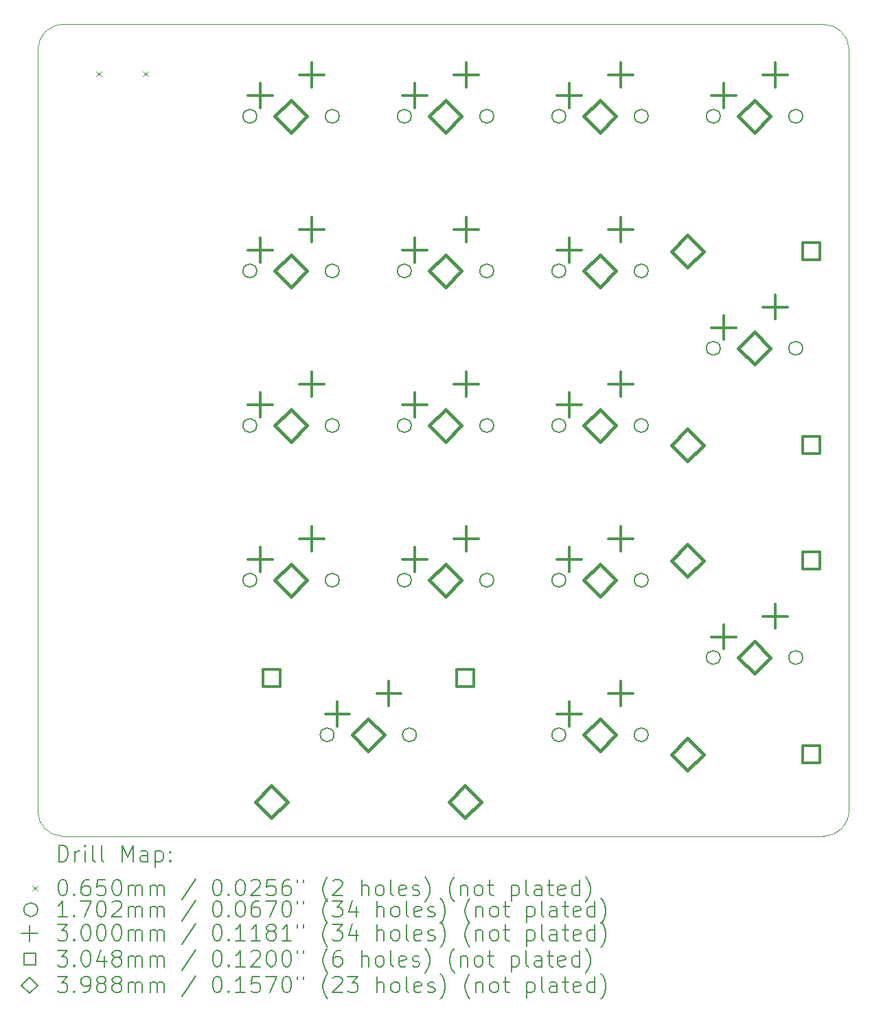
<source format=gbr>
%TF.GenerationSoftware,KiCad,Pcbnew,8.0.1*%
%TF.CreationDate,2024-08-08T15:56:38+10:00*%
%TF.ProjectId,banana17_main,62616e61-6e61-4313-975f-6d61696e2e6b,rev?*%
%TF.SameCoordinates,Original*%
%TF.FileFunction,Drillmap*%
%TF.FilePolarity,Positive*%
%FSLAX45Y45*%
G04 Gerber Fmt 4.5, Leading zero omitted, Abs format (unit mm)*
G04 Created by KiCad (PCBNEW 8.0.1) date 2024-08-08 15:56:38*
%MOMM*%
%LPD*%
G01*
G04 APERTURE LIST*
%ADD10C,0.050000*%
%ADD11C,0.200000*%
%ADD12C,0.100000*%
%ADD13C,0.170180*%
%ADD14C,0.300000*%
%ADD15C,0.304800*%
%ADD16C,0.398780*%
G04 APERTURE END LIST*
D10*
X9500000Y-5610000D02*
G75*
G02*
X9810126Y-5299740I310260J0D01*
G01*
X9800000Y-15300000D02*
G75*
G02*
X9500000Y-15000000I0J300000D01*
G01*
X9810126Y-5299736D02*
X19190000Y-5300000D01*
X19500000Y-14989736D02*
G75*
G02*
X19189874Y-15300000I-310260J-4D01*
G01*
X9500000Y-15000000D02*
X9500000Y-5610000D01*
X9800000Y-15300000D02*
X19189874Y-15300000D01*
X19190000Y-5300000D02*
G75*
G02*
X19500260Y-5610126I0J-310260D01*
G01*
X19500264Y-5610126D02*
X19500000Y-14989736D01*
D11*
D12*
X10216986Y-5878500D02*
X10281986Y-5943500D01*
X10281986Y-5878500D02*
X10216986Y-5943500D01*
X10794986Y-5878500D02*
X10859986Y-5943500D01*
X10859986Y-5878500D02*
X10794986Y-5943500D01*
D13*
X12197890Y-6432000D02*
G75*
G02*
X12027710Y-6432000I-85090J0D01*
G01*
X12027710Y-6432000D02*
G75*
G02*
X12197890Y-6432000I85090J0D01*
G01*
X12197890Y-8337000D02*
G75*
G02*
X12027710Y-8337000I-85090J0D01*
G01*
X12027710Y-8337000D02*
G75*
G02*
X12197890Y-8337000I85090J0D01*
G01*
X12197890Y-10242000D02*
G75*
G02*
X12027710Y-10242000I-85090J0D01*
G01*
X12027710Y-10242000D02*
G75*
G02*
X12197890Y-10242000I85090J0D01*
G01*
X12197890Y-12147000D02*
G75*
G02*
X12027710Y-12147000I-85090J0D01*
G01*
X12027710Y-12147000D02*
G75*
G02*
X12197890Y-12147000I85090J0D01*
G01*
X13150390Y-14052000D02*
G75*
G02*
X12980210Y-14052000I-85090J0D01*
G01*
X12980210Y-14052000D02*
G75*
G02*
X13150390Y-14052000I85090J0D01*
G01*
X13213890Y-6432000D02*
G75*
G02*
X13043710Y-6432000I-85090J0D01*
G01*
X13043710Y-6432000D02*
G75*
G02*
X13213890Y-6432000I85090J0D01*
G01*
X13213890Y-8337000D02*
G75*
G02*
X13043710Y-8337000I-85090J0D01*
G01*
X13043710Y-8337000D02*
G75*
G02*
X13213890Y-8337000I85090J0D01*
G01*
X13213890Y-10242000D02*
G75*
G02*
X13043710Y-10242000I-85090J0D01*
G01*
X13043710Y-10242000D02*
G75*
G02*
X13213890Y-10242000I85090J0D01*
G01*
X13213890Y-12147000D02*
G75*
G02*
X13043710Y-12147000I-85090J0D01*
G01*
X13043710Y-12147000D02*
G75*
G02*
X13213890Y-12147000I85090J0D01*
G01*
X14102890Y-6432000D02*
G75*
G02*
X13932710Y-6432000I-85090J0D01*
G01*
X13932710Y-6432000D02*
G75*
G02*
X14102890Y-6432000I85090J0D01*
G01*
X14102890Y-8337000D02*
G75*
G02*
X13932710Y-8337000I-85090J0D01*
G01*
X13932710Y-8337000D02*
G75*
G02*
X14102890Y-8337000I85090J0D01*
G01*
X14102890Y-10242000D02*
G75*
G02*
X13932710Y-10242000I-85090J0D01*
G01*
X13932710Y-10242000D02*
G75*
G02*
X14102890Y-10242000I85090J0D01*
G01*
X14102890Y-12147000D02*
G75*
G02*
X13932710Y-12147000I-85090J0D01*
G01*
X13932710Y-12147000D02*
G75*
G02*
X14102890Y-12147000I85090J0D01*
G01*
X14166390Y-14052000D02*
G75*
G02*
X13996210Y-14052000I-85090J0D01*
G01*
X13996210Y-14052000D02*
G75*
G02*
X14166390Y-14052000I85090J0D01*
G01*
X15118890Y-6432000D02*
G75*
G02*
X14948710Y-6432000I-85090J0D01*
G01*
X14948710Y-6432000D02*
G75*
G02*
X15118890Y-6432000I85090J0D01*
G01*
X15118890Y-8337000D02*
G75*
G02*
X14948710Y-8337000I-85090J0D01*
G01*
X14948710Y-8337000D02*
G75*
G02*
X15118890Y-8337000I85090J0D01*
G01*
X15118890Y-10242000D02*
G75*
G02*
X14948710Y-10242000I-85090J0D01*
G01*
X14948710Y-10242000D02*
G75*
G02*
X15118890Y-10242000I85090J0D01*
G01*
X15118890Y-12147000D02*
G75*
G02*
X14948710Y-12147000I-85090J0D01*
G01*
X14948710Y-12147000D02*
G75*
G02*
X15118890Y-12147000I85090J0D01*
G01*
X16007890Y-6432000D02*
G75*
G02*
X15837710Y-6432000I-85090J0D01*
G01*
X15837710Y-6432000D02*
G75*
G02*
X16007890Y-6432000I85090J0D01*
G01*
X16007890Y-8337000D02*
G75*
G02*
X15837710Y-8337000I-85090J0D01*
G01*
X15837710Y-8337000D02*
G75*
G02*
X16007890Y-8337000I85090J0D01*
G01*
X16007890Y-10242000D02*
G75*
G02*
X15837710Y-10242000I-85090J0D01*
G01*
X15837710Y-10242000D02*
G75*
G02*
X16007890Y-10242000I85090J0D01*
G01*
X16007890Y-12147000D02*
G75*
G02*
X15837710Y-12147000I-85090J0D01*
G01*
X15837710Y-12147000D02*
G75*
G02*
X16007890Y-12147000I85090J0D01*
G01*
X16007890Y-14052000D02*
G75*
G02*
X15837710Y-14052000I-85090J0D01*
G01*
X15837710Y-14052000D02*
G75*
G02*
X16007890Y-14052000I85090J0D01*
G01*
X17023890Y-6432000D02*
G75*
G02*
X16853710Y-6432000I-85090J0D01*
G01*
X16853710Y-6432000D02*
G75*
G02*
X17023890Y-6432000I85090J0D01*
G01*
X17023890Y-8337000D02*
G75*
G02*
X16853710Y-8337000I-85090J0D01*
G01*
X16853710Y-8337000D02*
G75*
G02*
X17023890Y-8337000I85090J0D01*
G01*
X17023890Y-10242000D02*
G75*
G02*
X16853710Y-10242000I-85090J0D01*
G01*
X16853710Y-10242000D02*
G75*
G02*
X17023890Y-10242000I85090J0D01*
G01*
X17023890Y-12147000D02*
G75*
G02*
X16853710Y-12147000I-85090J0D01*
G01*
X16853710Y-12147000D02*
G75*
G02*
X17023890Y-12147000I85090J0D01*
G01*
X17023890Y-14052000D02*
G75*
G02*
X16853710Y-14052000I-85090J0D01*
G01*
X16853710Y-14052000D02*
G75*
G02*
X17023890Y-14052000I85090J0D01*
G01*
X17912890Y-6432000D02*
G75*
G02*
X17742710Y-6432000I-85090J0D01*
G01*
X17742710Y-6432000D02*
G75*
G02*
X17912890Y-6432000I85090J0D01*
G01*
X17912890Y-9289500D02*
G75*
G02*
X17742710Y-9289500I-85090J0D01*
G01*
X17742710Y-9289500D02*
G75*
G02*
X17912890Y-9289500I85090J0D01*
G01*
X17912890Y-13099500D02*
G75*
G02*
X17742710Y-13099500I-85090J0D01*
G01*
X17742710Y-13099500D02*
G75*
G02*
X17912890Y-13099500I85090J0D01*
G01*
X18928890Y-6432000D02*
G75*
G02*
X18758710Y-6432000I-85090J0D01*
G01*
X18758710Y-6432000D02*
G75*
G02*
X18928890Y-6432000I85090J0D01*
G01*
X18928890Y-9289500D02*
G75*
G02*
X18758710Y-9289500I-85090J0D01*
G01*
X18758710Y-9289500D02*
G75*
G02*
X18928890Y-9289500I85090J0D01*
G01*
X18928890Y-13099500D02*
G75*
G02*
X18758710Y-13099500I-85090J0D01*
G01*
X18758710Y-13099500D02*
G75*
G02*
X18928890Y-13099500I85090J0D01*
G01*
D14*
X12239800Y-6028000D02*
X12239800Y-6328000D01*
X12089800Y-6178000D02*
X12389800Y-6178000D01*
X12239800Y-7933000D02*
X12239800Y-8233000D01*
X12089800Y-8083000D02*
X12389800Y-8083000D01*
X12239800Y-9838000D02*
X12239800Y-10138000D01*
X12089800Y-9988000D02*
X12389800Y-9988000D01*
X12239800Y-11743000D02*
X12239800Y-12043000D01*
X12089800Y-11893000D02*
X12389800Y-11893000D01*
X12874800Y-5774000D02*
X12874800Y-6074000D01*
X12724800Y-5924000D02*
X13024800Y-5924000D01*
X12874800Y-7679000D02*
X12874800Y-7979000D01*
X12724800Y-7829000D02*
X13024800Y-7829000D01*
X12874800Y-9584000D02*
X12874800Y-9884000D01*
X12724800Y-9734000D02*
X13024800Y-9734000D01*
X12874800Y-11489000D02*
X12874800Y-11789000D01*
X12724800Y-11639000D02*
X13024800Y-11639000D01*
X13192300Y-13648000D02*
X13192300Y-13948000D01*
X13042300Y-13798000D02*
X13342300Y-13798000D01*
X13827300Y-13394000D02*
X13827300Y-13694000D01*
X13677300Y-13544000D02*
X13977300Y-13544000D01*
X14144800Y-6028000D02*
X14144800Y-6328000D01*
X13994800Y-6178000D02*
X14294800Y-6178000D01*
X14144800Y-7933000D02*
X14144800Y-8233000D01*
X13994800Y-8083000D02*
X14294800Y-8083000D01*
X14144800Y-9838000D02*
X14144800Y-10138000D01*
X13994800Y-9988000D02*
X14294800Y-9988000D01*
X14144800Y-11743000D02*
X14144800Y-12043000D01*
X13994800Y-11893000D02*
X14294800Y-11893000D01*
X14779800Y-5774000D02*
X14779800Y-6074000D01*
X14629800Y-5924000D02*
X14929800Y-5924000D01*
X14779800Y-7679000D02*
X14779800Y-7979000D01*
X14629800Y-7829000D02*
X14929800Y-7829000D01*
X14779800Y-9584000D02*
X14779800Y-9884000D01*
X14629800Y-9734000D02*
X14929800Y-9734000D01*
X14779800Y-11489000D02*
X14779800Y-11789000D01*
X14629800Y-11639000D02*
X14929800Y-11639000D01*
X16049800Y-6028000D02*
X16049800Y-6328000D01*
X15899800Y-6178000D02*
X16199800Y-6178000D01*
X16049800Y-7933000D02*
X16049800Y-8233000D01*
X15899800Y-8083000D02*
X16199800Y-8083000D01*
X16049800Y-9838000D02*
X16049800Y-10138000D01*
X15899800Y-9988000D02*
X16199800Y-9988000D01*
X16049800Y-11743000D02*
X16049800Y-12043000D01*
X15899800Y-11893000D02*
X16199800Y-11893000D01*
X16049800Y-13648000D02*
X16049800Y-13948000D01*
X15899800Y-13798000D02*
X16199800Y-13798000D01*
X16684800Y-5774000D02*
X16684800Y-6074000D01*
X16534800Y-5924000D02*
X16834800Y-5924000D01*
X16684800Y-7679000D02*
X16684800Y-7979000D01*
X16534800Y-7829000D02*
X16834800Y-7829000D01*
X16684800Y-9584000D02*
X16684800Y-9884000D01*
X16534800Y-9734000D02*
X16834800Y-9734000D01*
X16684800Y-11489000D02*
X16684800Y-11789000D01*
X16534800Y-11639000D02*
X16834800Y-11639000D01*
X16684800Y-13394000D02*
X16684800Y-13694000D01*
X16534800Y-13544000D02*
X16834800Y-13544000D01*
X17954800Y-6028000D02*
X17954800Y-6328000D01*
X17804800Y-6178000D02*
X18104800Y-6178000D01*
X17954800Y-8885500D02*
X17954800Y-9185500D01*
X17804800Y-9035500D02*
X18104800Y-9035500D01*
X17954800Y-12695500D02*
X17954800Y-12995500D01*
X17804800Y-12845500D02*
X18104800Y-12845500D01*
X18589800Y-5774000D02*
X18589800Y-6074000D01*
X18439800Y-5924000D02*
X18739800Y-5924000D01*
X18589800Y-8631500D02*
X18589800Y-8931500D01*
X18439800Y-8781500D02*
X18739800Y-8781500D01*
X18589800Y-12441500D02*
X18589800Y-12741500D01*
X18439800Y-12591500D02*
X18739800Y-12591500D01*
D15*
X12487264Y-13461264D02*
X12487264Y-13245736D01*
X12271736Y-13245736D01*
X12271736Y-13461264D01*
X12487264Y-13461264D01*
X14874864Y-13461264D02*
X14874864Y-13245736D01*
X14659336Y-13245736D01*
X14659336Y-13461264D01*
X14874864Y-13461264D01*
X19142064Y-8203464D02*
X19142064Y-7987936D01*
X18926536Y-7987936D01*
X18926536Y-8203464D01*
X19142064Y-8203464D01*
X19142064Y-10591064D02*
X19142064Y-10375536D01*
X18926536Y-10375536D01*
X18926536Y-10591064D01*
X19142064Y-10591064D01*
X19142064Y-12013464D02*
X19142064Y-11797936D01*
X18926536Y-11797936D01*
X18926536Y-12013464D01*
X19142064Y-12013464D01*
X19142064Y-14401064D02*
X19142064Y-14185536D01*
X18926536Y-14185536D01*
X18926536Y-14401064D01*
X19142064Y-14401064D01*
D16*
X12379500Y-15076890D02*
X12578890Y-14877500D01*
X12379500Y-14678110D01*
X12180110Y-14877500D01*
X12379500Y-15076890D01*
X12620800Y-6631390D02*
X12820190Y-6432000D01*
X12620800Y-6232610D01*
X12421410Y-6432000D01*
X12620800Y-6631390D01*
X12620800Y-8536390D02*
X12820190Y-8337000D01*
X12620800Y-8137610D01*
X12421410Y-8337000D01*
X12620800Y-8536390D01*
X12620800Y-10441390D02*
X12820190Y-10242000D01*
X12620800Y-10042610D01*
X12421410Y-10242000D01*
X12620800Y-10441390D01*
X12620800Y-12346390D02*
X12820190Y-12147000D01*
X12620800Y-11947610D01*
X12421410Y-12147000D01*
X12620800Y-12346390D01*
X13573300Y-14251390D02*
X13772690Y-14052000D01*
X13573300Y-13852610D01*
X13373910Y-14052000D01*
X13573300Y-14251390D01*
X14525800Y-6631390D02*
X14725190Y-6432000D01*
X14525800Y-6232610D01*
X14326410Y-6432000D01*
X14525800Y-6631390D01*
X14525800Y-8536390D02*
X14725190Y-8337000D01*
X14525800Y-8137610D01*
X14326410Y-8337000D01*
X14525800Y-8536390D01*
X14525800Y-10441390D02*
X14725190Y-10242000D01*
X14525800Y-10042610D01*
X14326410Y-10242000D01*
X14525800Y-10441390D01*
X14525800Y-12346390D02*
X14725190Y-12147000D01*
X14525800Y-11947610D01*
X14326410Y-12147000D01*
X14525800Y-12346390D01*
X14767100Y-15076890D02*
X14966490Y-14877500D01*
X14767100Y-14678110D01*
X14567710Y-14877500D01*
X14767100Y-15076890D01*
X16430800Y-6631390D02*
X16630190Y-6432000D01*
X16430800Y-6232610D01*
X16231410Y-6432000D01*
X16430800Y-6631390D01*
X16430800Y-8536390D02*
X16630190Y-8337000D01*
X16430800Y-8137610D01*
X16231410Y-8337000D01*
X16430800Y-8536390D01*
X16430800Y-10441390D02*
X16630190Y-10242000D01*
X16430800Y-10042610D01*
X16231410Y-10242000D01*
X16430800Y-10441390D01*
X16430800Y-12346390D02*
X16630190Y-12147000D01*
X16430800Y-11947610D01*
X16231410Y-12147000D01*
X16430800Y-12346390D01*
X16430800Y-14251390D02*
X16630190Y-14052000D01*
X16430800Y-13852610D01*
X16231410Y-14052000D01*
X16430800Y-14251390D01*
X17510300Y-8295090D02*
X17709690Y-8095700D01*
X17510300Y-7896310D01*
X17310910Y-8095700D01*
X17510300Y-8295090D01*
X17510300Y-10682690D02*
X17709690Y-10483300D01*
X17510300Y-10283910D01*
X17310910Y-10483300D01*
X17510300Y-10682690D01*
X17510300Y-12105090D02*
X17709690Y-11905700D01*
X17510300Y-11706310D01*
X17310910Y-11905700D01*
X17510300Y-12105090D01*
X17510300Y-14492690D02*
X17709690Y-14293300D01*
X17510300Y-14093910D01*
X17310910Y-14293300D01*
X17510300Y-14492690D01*
X18335800Y-6631390D02*
X18535190Y-6432000D01*
X18335800Y-6232610D01*
X18136410Y-6432000D01*
X18335800Y-6631390D01*
X18335800Y-9488890D02*
X18535190Y-9289500D01*
X18335800Y-9090110D01*
X18136410Y-9289500D01*
X18335800Y-9488890D01*
X18335800Y-13298890D02*
X18535190Y-13099500D01*
X18335800Y-12900110D01*
X18136410Y-13099500D01*
X18335800Y-13298890D01*
D11*
X9758277Y-15613984D02*
X9758277Y-15413984D01*
X9758277Y-15413984D02*
X9805896Y-15413984D01*
X9805896Y-15413984D02*
X9834467Y-15423508D01*
X9834467Y-15423508D02*
X9853515Y-15442555D01*
X9853515Y-15442555D02*
X9863039Y-15461603D01*
X9863039Y-15461603D02*
X9872563Y-15499698D01*
X9872563Y-15499698D02*
X9872563Y-15528269D01*
X9872563Y-15528269D02*
X9863039Y-15566365D01*
X9863039Y-15566365D02*
X9853515Y-15585412D01*
X9853515Y-15585412D02*
X9834467Y-15604460D01*
X9834467Y-15604460D02*
X9805896Y-15613984D01*
X9805896Y-15613984D02*
X9758277Y-15613984D01*
X9958277Y-15613984D02*
X9958277Y-15480650D01*
X9958277Y-15518746D02*
X9967801Y-15499698D01*
X9967801Y-15499698D02*
X9977324Y-15490174D01*
X9977324Y-15490174D02*
X9996372Y-15480650D01*
X9996372Y-15480650D02*
X10015420Y-15480650D01*
X10082086Y-15613984D02*
X10082086Y-15480650D01*
X10082086Y-15413984D02*
X10072563Y-15423508D01*
X10072563Y-15423508D02*
X10082086Y-15433031D01*
X10082086Y-15433031D02*
X10091610Y-15423508D01*
X10091610Y-15423508D02*
X10082086Y-15413984D01*
X10082086Y-15413984D02*
X10082086Y-15433031D01*
X10205896Y-15613984D02*
X10186848Y-15604460D01*
X10186848Y-15604460D02*
X10177324Y-15585412D01*
X10177324Y-15585412D02*
X10177324Y-15413984D01*
X10310658Y-15613984D02*
X10291610Y-15604460D01*
X10291610Y-15604460D02*
X10282086Y-15585412D01*
X10282086Y-15585412D02*
X10282086Y-15413984D01*
X10539229Y-15613984D02*
X10539229Y-15413984D01*
X10539229Y-15413984D02*
X10605896Y-15556841D01*
X10605896Y-15556841D02*
X10672563Y-15413984D01*
X10672563Y-15413984D02*
X10672563Y-15613984D01*
X10853515Y-15613984D02*
X10853515Y-15509222D01*
X10853515Y-15509222D02*
X10843991Y-15490174D01*
X10843991Y-15490174D02*
X10824944Y-15480650D01*
X10824944Y-15480650D02*
X10786848Y-15480650D01*
X10786848Y-15480650D02*
X10767801Y-15490174D01*
X10853515Y-15604460D02*
X10834467Y-15613984D01*
X10834467Y-15613984D02*
X10786848Y-15613984D01*
X10786848Y-15613984D02*
X10767801Y-15604460D01*
X10767801Y-15604460D02*
X10758277Y-15585412D01*
X10758277Y-15585412D02*
X10758277Y-15566365D01*
X10758277Y-15566365D02*
X10767801Y-15547317D01*
X10767801Y-15547317D02*
X10786848Y-15537793D01*
X10786848Y-15537793D02*
X10834467Y-15537793D01*
X10834467Y-15537793D02*
X10853515Y-15528269D01*
X10948753Y-15480650D02*
X10948753Y-15680650D01*
X10948753Y-15490174D02*
X10967801Y-15480650D01*
X10967801Y-15480650D02*
X11005896Y-15480650D01*
X11005896Y-15480650D02*
X11024944Y-15490174D01*
X11024944Y-15490174D02*
X11034467Y-15499698D01*
X11034467Y-15499698D02*
X11043991Y-15518746D01*
X11043991Y-15518746D02*
X11043991Y-15575888D01*
X11043991Y-15575888D02*
X11034467Y-15594936D01*
X11034467Y-15594936D02*
X11024944Y-15604460D01*
X11024944Y-15604460D02*
X11005896Y-15613984D01*
X11005896Y-15613984D02*
X10967801Y-15613984D01*
X10967801Y-15613984D02*
X10948753Y-15604460D01*
X11129705Y-15594936D02*
X11139229Y-15604460D01*
X11139229Y-15604460D02*
X11129705Y-15613984D01*
X11129705Y-15613984D02*
X11120182Y-15604460D01*
X11120182Y-15604460D02*
X11129705Y-15594936D01*
X11129705Y-15594936D02*
X11129705Y-15613984D01*
X11129705Y-15490174D02*
X11139229Y-15499698D01*
X11139229Y-15499698D02*
X11129705Y-15509222D01*
X11129705Y-15509222D02*
X11120182Y-15499698D01*
X11120182Y-15499698D02*
X11129705Y-15490174D01*
X11129705Y-15490174D02*
X11129705Y-15509222D01*
D12*
X9432500Y-15910000D02*
X9497500Y-15975000D01*
X9497500Y-15910000D02*
X9432500Y-15975000D01*
D11*
X9796372Y-15833984D02*
X9815420Y-15833984D01*
X9815420Y-15833984D02*
X9834467Y-15843508D01*
X9834467Y-15843508D02*
X9843991Y-15853031D01*
X9843991Y-15853031D02*
X9853515Y-15872079D01*
X9853515Y-15872079D02*
X9863039Y-15910174D01*
X9863039Y-15910174D02*
X9863039Y-15957793D01*
X9863039Y-15957793D02*
X9853515Y-15995888D01*
X9853515Y-15995888D02*
X9843991Y-16014936D01*
X9843991Y-16014936D02*
X9834467Y-16024460D01*
X9834467Y-16024460D02*
X9815420Y-16033984D01*
X9815420Y-16033984D02*
X9796372Y-16033984D01*
X9796372Y-16033984D02*
X9777324Y-16024460D01*
X9777324Y-16024460D02*
X9767801Y-16014936D01*
X9767801Y-16014936D02*
X9758277Y-15995888D01*
X9758277Y-15995888D02*
X9748753Y-15957793D01*
X9748753Y-15957793D02*
X9748753Y-15910174D01*
X9748753Y-15910174D02*
X9758277Y-15872079D01*
X9758277Y-15872079D02*
X9767801Y-15853031D01*
X9767801Y-15853031D02*
X9777324Y-15843508D01*
X9777324Y-15843508D02*
X9796372Y-15833984D01*
X9948753Y-16014936D02*
X9958277Y-16024460D01*
X9958277Y-16024460D02*
X9948753Y-16033984D01*
X9948753Y-16033984D02*
X9939229Y-16024460D01*
X9939229Y-16024460D02*
X9948753Y-16014936D01*
X9948753Y-16014936D02*
X9948753Y-16033984D01*
X10129705Y-15833984D02*
X10091610Y-15833984D01*
X10091610Y-15833984D02*
X10072563Y-15843508D01*
X10072563Y-15843508D02*
X10063039Y-15853031D01*
X10063039Y-15853031D02*
X10043991Y-15881603D01*
X10043991Y-15881603D02*
X10034467Y-15919698D01*
X10034467Y-15919698D02*
X10034467Y-15995888D01*
X10034467Y-15995888D02*
X10043991Y-16014936D01*
X10043991Y-16014936D02*
X10053515Y-16024460D01*
X10053515Y-16024460D02*
X10072563Y-16033984D01*
X10072563Y-16033984D02*
X10110658Y-16033984D01*
X10110658Y-16033984D02*
X10129705Y-16024460D01*
X10129705Y-16024460D02*
X10139229Y-16014936D01*
X10139229Y-16014936D02*
X10148753Y-15995888D01*
X10148753Y-15995888D02*
X10148753Y-15948269D01*
X10148753Y-15948269D02*
X10139229Y-15929222D01*
X10139229Y-15929222D02*
X10129705Y-15919698D01*
X10129705Y-15919698D02*
X10110658Y-15910174D01*
X10110658Y-15910174D02*
X10072563Y-15910174D01*
X10072563Y-15910174D02*
X10053515Y-15919698D01*
X10053515Y-15919698D02*
X10043991Y-15929222D01*
X10043991Y-15929222D02*
X10034467Y-15948269D01*
X10329705Y-15833984D02*
X10234467Y-15833984D01*
X10234467Y-15833984D02*
X10224944Y-15929222D01*
X10224944Y-15929222D02*
X10234467Y-15919698D01*
X10234467Y-15919698D02*
X10253515Y-15910174D01*
X10253515Y-15910174D02*
X10301134Y-15910174D01*
X10301134Y-15910174D02*
X10320182Y-15919698D01*
X10320182Y-15919698D02*
X10329705Y-15929222D01*
X10329705Y-15929222D02*
X10339229Y-15948269D01*
X10339229Y-15948269D02*
X10339229Y-15995888D01*
X10339229Y-15995888D02*
X10329705Y-16014936D01*
X10329705Y-16014936D02*
X10320182Y-16024460D01*
X10320182Y-16024460D02*
X10301134Y-16033984D01*
X10301134Y-16033984D02*
X10253515Y-16033984D01*
X10253515Y-16033984D02*
X10234467Y-16024460D01*
X10234467Y-16024460D02*
X10224944Y-16014936D01*
X10463039Y-15833984D02*
X10482086Y-15833984D01*
X10482086Y-15833984D02*
X10501134Y-15843508D01*
X10501134Y-15843508D02*
X10510658Y-15853031D01*
X10510658Y-15853031D02*
X10520182Y-15872079D01*
X10520182Y-15872079D02*
X10529705Y-15910174D01*
X10529705Y-15910174D02*
X10529705Y-15957793D01*
X10529705Y-15957793D02*
X10520182Y-15995888D01*
X10520182Y-15995888D02*
X10510658Y-16014936D01*
X10510658Y-16014936D02*
X10501134Y-16024460D01*
X10501134Y-16024460D02*
X10482086Y-16033984D01*
X10482086Y-16033984D02*
X10463039Y-16033984D01*
X10463039Y-16033984D02*
X10443991Y-16024460D01*
X10443991Y-16024460D02*
X10434467Y-16014936D01*
X10434467Y-16014936D02*
X10424944Y-15995888D01*
X10424944Y-15995888D02*
X10415420Y-15957793D01*
X10415420Y-15957793D02*
X10415420Y-15910174D01*
X10415420Y-15910174D02*
X10424944Y-15872079D01*
X10424944Y-15872079D02*
X10434467Y-15853031D01*
X10434467Y-15853031D02*
X10443991Y-15843508D01*
X10443991Y-15843508D02*
X10463039Y-15833984D01*
X10615420Y-16033984D02*
X10615420Y-15900650D01*
X10615420Y-15919698D02*
X10624944Y-15910174D01*
X10624944Y-15910174D02*
X10643991Y-15900650D01*
X10643991Y-15900650D02*
X10672563Y-15900650D01*
X10672563Y-15900650D02*
X10691610Y-15910174D01*
X10691610Y-15910174D02*
X10701134Y-15929222D01*
X10701134Y-15929222D02*
X10701134Y-16033984D01*
X10701134Y-15929222D02*
X10710658Y-15910174D01*
X10710658Y-15910174D02*
X10729705Y-15900650D01*
X10729705Y-15900650D02*
X10758277Y-15900650D01*
X10758277Y-15900650D02*
X10777325Y-15910174D01*
X10777325Y-15910174D02*
X10786848Y-15929222D01*
X10786848Y-15929222D02*
X10786848Y-16033984D01*
X10882086Y-16033984D02*
X10882086Y-15900650D01*
X10882086Y-15919698D02*
X10891610Y-15910174D01*
X10891610Y-15910174D02*
X10910658Y-15900650D01*
X10910658Y-15900650D02*
X10939229Y-15900650D01*
X10939229Y-15900650D02*
X10958277Y-15910174D01*
X10958277Y-15910174D02*
X10967801Y-15929222D01*
X10967801Y-15929222D02*
X10967801Y-16033984D01*
X10967801Y-15929222D02*
X10977325Y-15910174D01*
X10977325Y-15910174D02*
X10996372Y-15900650D01*
X10996372Y-15900650D02*
X11024944Y-15900650D01*
X11024944Y-15900650D02*
X11043991Y-15910174D01*
X11043991Y-15910174D02*
X11053515Y-15929222D01*
X11053515Y-15929222D02*
X11053515Y-16033984D01*
X11443991Y-15824460D02*
X11272563Y-16081603D01*
X11701134Y-15833984D02*
X11720182Y-15833984D01*
X11720182Y-15833984D02*
X11739229Y-15843508D01*
X11739229Y-15843508D02*
X11748753Y-15853031D01*
X11748753Y-15853031D02*
X11758277Y-15872079D01*
X11758277Y-15872079D02*
X11767801Y-15910174D01*
X11767801Y-15910174D02*
X11767801Y-15957793D01*
X11767801Y-15957793D02*
X11758277Y-15995888D01*
X11758277Y-15995888D02*
X11748753Y-16014936D01*
X11748753Y-16014936D02*
X11739229Y-16024460D01*
X11739229Y-16024460D02*
X11720182Y-16033984D01*
X11720182Y-16033984D02*
X11701134Y-16033984D01*
X11701134Y-16033984D02*
X11682086Y-16024460D01*
X11682086Y-16024460D02*
X11672563Y-16014936D01*
X11672563Y-16014936D02*
X11663039Y-15995888D01*
X11663039Y-15995888D02*
X11653515Y-15957793D01*
X11653515Y-15957793D02*
X11653515Y-15910174D01*
X11653515Y-15910174D02*
X11663039Y-15872079D01*
X11663039Y-15872079D02*
X11672563Y-15853031D01*
X11672563Y-15853031D02*
X11682086Y-15843508D01*
X11682086Y-15843508D02*
X11701134Y-15833984D01*
X11853515Y-16014936D02*
X11863039Y-16024460D01*
X11863039Y-16024460D02*
X11853515Y-16033984D01*
X11853515Y-16033984D02*
X11843991Y-16024460D01*
X11843991Y-16024460D02*
X11853515Y-16014936D01*
X11853515Y-16014936D02*
X11853515Y-16033984D01*
X11986848Y-15833984D02*
X12005896Y-15833984D01*
X12005896Y-15833984D02*
X12024944Y-15843508D01*
X12024944Y-15843508D02*
X12034467Y-15853031D01*
X12034467Y-15853031D02*
X12043991Y-15872079D01*
X12043991Y-15872079D02*
X12053515Y-15910174D01*
X12053515Y-15910174D02*
X12053515Y-15957793D01*
X12053515Y-15957793D02*
X12043991Y-15995888D01*
X12043991Y-15995888D02*
X12034467Y-16014936D01*
X12034467Y-16014936D02*
X12024944Y-16024460D01*
X12024944Y-16024460D02*
X12005896Y-16033984D01*
X12005896Y-16033984D02*
X11986848Y-16033984D01*
X11986848Y-16033984D02*
X11967801Y-16024460D01*
X11967801Y-16024460D02*
X11958277Y-16014936D01*
X11958277Y-16014936D02*
X11948753Y-15995888D01*
X11948753Y-15995888D02*
X11939229Y-15957793D01*
X11939229Y-15957793D02*
X11939229Y-15910174D01*
X11939229Y-15910174D02*
X11948753Y-15872079D01*
X11948753Y-15872079D02*
X11958277Y-15853031D01*
X11958277Y-15853031D02*
X11967801Y-15843508D01*
X11967801Y-15843508D02*
X11986848Y-15833984D01*
X12129706Y-15853031D02*
X12139229Y-15843508D01*
X12139229Y-15843508D02*
X12158277Y-15833984D01*
X12158277Y-15833984D02*
X12205896Y-15833984D01*
X12205896Y-15833984D02*
X12224944Y-15843508D01*
X12224944Y-15843508D02*
X12234467Y-15853031D01*
X12234467Y-15853031D02*
X12243991Y-15872079D01*
X12243991Y-15872079D02*
X12243991Y-15891127D01*
X12243991Y-15891127D02*
X12234467Y-15919698D01*
X12234467Y-15919698D02*
X12120182Y-16033984D01*
X12120182Y-16033984D02*
X12243991Y-16033984D01*
X12424944Y-15833984D02*
X12329706Y-15833984D01*
X12329706Y-15833984D02*
X12320182Y-15929222D01*
X12320182Y-15929222D02*
X12329706Y-15919698D01*
X12329706Y-15919698D02*
X12348753Y-15910174D01*
X12348753Y-15910174D02*
X12396372Y-15910174D01*
X12396372Y-15910174D02*
X12415420Y-15919698D01*
X12415420Y-15919698D02*
X12424944Y-15929222D01*
X12424944Y-15929222D02*
X12434467Y-15948269D01*
X12434467Y-15948269D02*
X12434467Y-15995888D01*
X12434467Y-15995888D02*
X12424944Y-16014936D01*
X12424944Y-16014936D02*
X12415420Y-16024460D01*
X12415420Y-16024460D02*
X12396372Y-16033984D01*
X12396372Y-16033984D02*
X12348753Y-16033984D01*
X12348753Y-16033984D02*
X12329706Y-16024460D01*
X12329706Y-16024460D02*
X12320182Y-16014936D01*
X12605896Y-15833984D02*
X12567801Y-15833984D01*
X12567801Y-15833984D02*
X12548753Y-15843508D01*
X12548753Y-15843508D02*
X12539229Y-15853031D01*
X12539229Y-15853031D02*
X12520182Y-15881603D01*
X12520182Y-15881603D02*
X12510658Y-15919698D01*
X12510658Y-15919698D02*
X12510658Y-15995888D01*
X12510658Y-15995888D02*
X12520182Y-16014936D01*
X12520182Y-16014936D02*
X12529706Y-16024460D01*
X12529706Y-16024460D02*
X12548753Y-16033984D01*
X12548753Y-16033984D02*
X12586848Y-16033984D01*
X12586848Y-16033984D02*
X12605896Y-16024460D01*
X12605896Y-16024460D02*
X12615420Y-16014936D01*
X12615420Y-16014936D02*
X12624944Y-15995888D01*
X12624944Y-15995888D02*
X12624944Y-15948269D01*
X12624944Y-15948269D02*
X12615420Y-15929222D01*
X12615420Y-15929222D02*
X12605896Y-15919698D01*
X12605896Y-15919698D02*
X12586848Y-15910174D01*
X12586848Y-15910174D02*
X12548753Y-15910174D01*
X12548753Y-15910174D02*
X12529706Y-15919698D01*
X12529706Y-15919698D02*
X12520182Y-15929222D01*
X12520182Y-15929222D02*
X12510658Y-15948269D01*
X12701134Y-15833984D02*
X12701134Y-15872079D01*
X12777325Y-15833984D02*
X12777325Y-15872079D01*
X13072563Y-16110174D02*
X13063039Y-16100650D01*
X13063039Y-16100650D02*
X13043991Y-16072079D01*
X13043991Y-16072079D02*
X13034468Y-16053031D01*
X13034468Y-16053031D02*
X13024944Y-16024460D01*
X13024944Y-16024460D02*
X13015420Y-15976841D01*
X13015420Y-15976841D02*
X13015420Y-15938746D01*
X13015420Y-15938746D02*
X13024944Y-15891127D01*
X13024944Y-15891127D02*
X13034468Y-15862555D01*
X13034468Y-15862555D02*
X13043991Y-15843508D01*
X13043991Y-15843508D02*
X13063039Y-15814936D01*
X13063039Y-15814936D02*
X13072563Y-15805412D01*
X13139229Y-15853031D02*
X13148753Y-15843508D01*
X13148753Y-15843508D02*
X13167801Y-15833984D01*
X13167801Y-15833984D02*
X13215420Y-15833984D01*
X13215420Y-15833984D02*
X13234468Y-15843508D01*
X13234468Y-15843508D02*
X13243991Y-15853031D01*
X13243991Y-15853031D02*
X13253515Y-15872079D01*
X13253515Y-15872079D02*
X13253515Y-15891127D01*
X13253515Y-15891127D02*
X13243991Y-15919698D01*
X13243991Y-15919698D02*
X13129706Y-16033984D01*
X13129706Y-16033984D02*
X13253515Y-16033984D01*
X13491610Y-16033984D02*
X13491610Y-15833984D01*
X13577325Y-16033984D02*
X13577325Y-15929222D01*
X13577325Y-15929222D02*
X13567801Y-15910174D01*
X13567801Y-15910174D02*
X13548753Y-15900650D01*
X13548753Y-15900650D02*
X13520182Y-15900650D01*
X13520182Y-15900650D02*
X13501134Y-15910174D01*
X13501134Y-15910174D02*
X13491610Y-15919698D01*
X13701134Y-16033984D02*
X13682087Y-16024460D01*
X13682087Y-16024460D02*
X13672563Y-16014936D01*
X13672563Y-16014936D02*
X13663039Y-15995888D01*
X13663039Y-15995888D02*
X13663039Y-15938746D01*
X13663039Y-15938746D02*
X13672563Y-15919698D01*
X13672563Y-15919698D02*
X13682087Y-15910174D01*
X13682087Y-15910174D02*
X13701134Y-15900650D01*
X13701134Y-15900650D02*
X13729706Y-15900650D01*
X13729706Y-15900650D02*
X13748753Y-15910174D01*
X13748753Y-15910174D02*
X13758277Y-15919698D01*
X13758277Y-15919698D02*
X13767801Y-15938746D01*
X13767801Y-15938746D02*
X13767801Y-15995888D01*
X13767801Y-15995888D02*
X13758277Y-16014936D01*
X13758277Y-16014936D02*
X13748753Y-16024460D01*
X13748753Y-16024460D02*
X13729706Y-16033984D01*
X13729706Y-16033984D02*
X13701134Y-16033984D01*
X13882087Y-16033984D02*
X13863039Y-16024460D01*
X13863039Y-16024460D02*
X13853515Y-16005412D01*
X13853515Y-16005412D02*
X13853515Y-15833984D01*
X14034468Y-16024460D02*
X14015420Y-16033984D01*
X14015420Y-16033984D02*
X13977325Y-16033984D01*
X13977325Y-16033984D02*
X13958277Y-16024460D01*
X13958277Y-16024460D02*
X13948753Y-16005412D01*
X13948753Y-16005412D02*
X13948753Y-15929222D01*
X13948753Y-15929222D02*
X13958277Y-15910174D01*
X13958277Y-15910174D02*
X13977325Y-15900650D01*
X13977325Y-15900650D02*
X14015420Y-15900650D01*
X14015420Y-15900650D02*
X14034468Y-15910174D01*
X14034468Y-15910174D02*
X14043991Y-15929222D01*
X14043991Y-15929222D02*
X14043991Y-15948269D01*
X14043991Y-15948269D02*
X13948753Y-15967317D01*
X14120182Y-16024460D02*
X14139230Y-16033984D01*
X14139230Y-16033984D02*
X14177325Y-16033984D01*
X14177325Y-16033984D02*
X14196372Y-16024460D01*
X14196372Y-16024460D02*
X14205896Y-16005412D01*
X14205896Y-16005412D02*
X14205896Y-15995888D01*
X14205896Y-15995888D02*
X14196372Y-15976841D01*
X14196372Y-15976841D02*
X14177325Y-15967317D01*
X14177325Y-15967317D02*
X14148753Y-15967317D01*
X14148753Y-15967317D02*
X14129706Y-15957793D01*
X14129706Y-15957793D02*
X14120182Y-15938746D01*
X14120182Y-15938746D02*
X14120182Y-15929222D01*
X14120182Y-15929222D02*
X14129706Y-15910174D01*
X14129706Y-15910174D02*
X14148753Y-15900650D01*
X14148753Y-15900650D02*
X14177325Y-15900650D01*
X14177325Y-15900650D02*
X14196372Y-15910174D01*
X14272563Y-16110174D02*
X14282087Y-16100650D01*
X14282087Y-16100650D02*
X14301134Y-16072079D01*
X14301134Y-16072079D02*
X14310658Y-16053031D01*
X14310658Y-16053031D02*
X14320182Y-16024460D01*
X14320182Y-16024460D02*
X14329706Y-15976841D01*
X14329706Y-15976841D02*
X14329706Y-15938746D01*
X14329706Y-15938746D02*
X14320182Y-15891127D01*
X14320182Y-15891127D02*
X14310658Y-15862555D01*
X14310658Y-15862555D02*
X14301134Y-15843508D01*
X14301134Y-15843508D02*
X14282087Y-15814936D01*
X14282087Y-15814936D02*
X14272563Y-15805412D01*
X14634468Y-16110174D02*
X14624944Y-16100650D01*
X14624944Y-16100650D02*
X14605896Y-16072079D01*
X14605896Y-16072079D02*
X14596372Y-16053031D01*
X14596372Y-16053031D02*
X14586849Y-16024460D01*
X14586849Y-16024460D02*
X14577325Y-15976841D01*
X14577325Y-15976841D02*
X14577325Y-15938746D01*
X14577325Y-15938746D02*
X14586849Y-15891127D01*
X14586849Y-15891127D02*
X14596372Y-15862555D01*
X14596372Y-15862555D02*
X14605896Y-15843508D01*
X14605896Y-15843508D02*
X14624944Y-15814936D01*
X14624944Y-15814936D02*
X14634468Y-15805412D01*
X14710658Y-15900650D02*
X14710658Y-16033984D01*
X14710658Y-15919698D02*
X14720182Y-15910174D01*
X14720182Y-15910174D02*
X14739230Y-15900650D01*
X14739230Y-15900650D02*
X14767801Y-15900650D01*
X14767801Y-15900650D02*
X14786849Y-15910174D01*
X14786849Y-15910174D02*
X14796372Y-15929222D01*
X14796372Y-15929222D02*
X14796372Y-16033984D01*
X14920182Y-16033984D02*
X14901134Y-16024460D01*
X14901134Y-16024460D02*
X14891611Y-16014936D01*
X14891611Y-16014936D02*
X14882087Y-15995888D01*
X14882087Y-15995888D02*
X14882087Y-15938746D01*
X14882087Y-15938746D02*
X14891611Y-15919698D01*
X14891611Y-15919698D02*
X14901134Y-15910174D01*
X14901134Y-15910174D02*
X14920182Y-15900650D01*
X14920182Y-15900650D02*
X14948753Y-15900650D01*
X14948753Y-15900650D02*
X14967801Y-15910174D01*
X14967801Y-15910174D02*
X14977325Y-15919698D01*
X14977325Y-15919698D02*
X14986849Y-15938746D01*
X14986849Y-15938746D02*
X14986849Y-15995888D01*
X14986849Y-15995888D02*
X14977325Y-16014936D01*
X14977325Y-16014936D02*
X14967801Y-16024460D01*
X14967801Y-16024460D02*
X14948753Y-16033984D01*
X14948753Y-16033984D02*
X14920182Y-16033984D01*
X15043992Y-15900650D02*
X15120182Y-15900650D01*
X15072563Y-15833984D02*
X15072563Y-16005412D01*
X15072563Y-16005412D02*
X15082087Y-16024460D01*
X15082087Y-16024460D02*
X15101134Y-16033984D01*
X15101134Y-16033984D02*
X15120182Y-16033984D01*
X15339230Y-15900650D02*
X15339230Y-16100650D01*
X15339230Y-15910174D02*
X15358277Y-15900650D01*
X15358277Y-15900650D02*
X15396373Y-15900650D01*
X15396373Y-15900650D02*
X15415420Y-15910174D01*
X15415420Y-15910174D02*
X15424944Y-15919698D01*
X15424944Y-15919698D02*
X15434468Y-15938746D01*
X15434468Y-15938746D02*
X15434468Y-15995888D01*
X15434468Y-15995888D02*
X15424944Y-16014936D01*
X15424944Y-16014936D02*
X15415420Y-16024460D01*
X15415420Y-16024460D02*
X15396373Y-16033984D01*
X15396373Y-16033984D02*
X15358277Y-16033984D01*
X15358277Y-16033984D02*
X15339230Y-16024460D01*
X15548753Y-16033984D02*
X15529706Y-16024460D01*
X15529706Y-16024460D02*
X15520182Y-16005412D01*
X15520182Y-16005412D02*
X15520182Y-15833984D01*
X15710658Y-16033984D02*
X15710658Y-15929222D01*
X15710658Y-15929222D02*
X15701134Y-15910174D01*
X15701134Y-15910174D02*
X15682087Y-15900650D01*
X15682087Y-15900650D02*
X15643992Y-15900650D01*
X15643992Y-15900650D02*
X15624944Y-15910174D01*
X15710658Y-16024460D02*
X15691611Y-16033984D01*
X15691611Y-16033984D02*
X15643992Y-16033984D01*
X15643992Y-16033984D02*
X15624944Y-16024460D01*
X15624944Y-16024460D02*
X15615420Y-16005412D01*
X15615420Y-16005412D02*
X15615420Y-15986365D01*
X15615420Y-15986365D02*
X15624944Y-15967317D01*
X15624944Y-15967317D02*
X15643992Y-15957793D01*
X15643992Y-15957793D02*
X15691611Y-15957793D01*
X15691611Y-15957793D02*
X15710658Y-15948269D01*
X15777325Y-15900650D02*
X15853515Y-15900650D01*
X15805896Y-15833984D02*
X15805896Y-16005412D01*
X15805896Y-16005412D02*
X15815420Y-16024460D01*
X15815420Y-16024460D02*
X15834468Y-16033984D01*
X15834468Y-16033984D02*
X15853515Y-16033984D01*
X15996373Y-16024460D02*
X15977325Y-16033984D01*
X15977325Y-16033984D02*
X15939230Y-16033984D01*
X15939230Y-16033984D02*
X15920182Y-16024460D01*
X15920182Y-16024460D02*
X15910658Y-16005412D01*
X15910658Y-16005412D02*
X15910658Y-15929222D01*
X15910658Y-15929222D02*
X15920182Y-15910174D01*
X15920182Y-15910174D02*
X15939230Y-15900650D01*
X15939230Y-15900650D02*
X15977325Y-15900650D01*
X15977325Y-15900650D02*
X15996373Y-15910174D01*
X15996373Y-15910174D02*
X16005896Y-15929222D01*
X16005896Y-15929222D02*
X16005896Y-15948269D01*
X16005896Y-15948269D02*
X15910658Y-15967317D01*
X16177325Y-16033984D02*
X16177325Y-15833984D01*
X16177325Y-16024460D02*
X16158277Y-16033984D01*
X16158277Y-16033984D02*
X16120182Y-16033984D01*
X16120182Y-16033984D02*
X16101134Y-16024460D01*
X16101134Y-16024460D02*
X16091611Y-16014936D01*
X16091611Y-16014936D02*
X16082087Y-15995888D01*
X16082087Y-15995888D02*
X16082087Y-15938746D01*
X16082087Y-15938746D02*
X16091611Y-15919698D01*
X16091611Y-15919698D02*
X16101134Y-15910174D01*
X16101134Y-15910174D02*
X16120182Y-15900650D01*
X16120182Y-15900650D02*
X16158277Y-15900650D01*
X16158277Y-15900650D02*
X16177325Y-15910174D01*
X16253515Y-16110174D02*
X16263039Y-16100650D01*
X16263039Y-16100650D02*
X16282087Y-16072079D01*
X16282087Y-16072079D02*
X16291611Y-16053031D01*
X16291611Y-16053031D02*
X16301134Y-16024460D01*
X16301134Y-16024460D02*
X16310658Y-15976841D01*
X16310658Y-15976841D02*
X16310658Y-15938746D01*
X16310658Y-15938746D02*
X16301134Y-15891127D01*
X16301134Y-15891127D02*
X16291611Y-15862555D01*
X16291611Y-15862555D02*
X16282087Y-15843508D01*
X16282087Y-15843508D02*
X16263039Y-15814936D01*
X16263039Y-15814936D02*
X16253515Y-15805412D01*
D13*
X9497500Y-16206500D02*
G75*
G02*
X9327320Y-16206500I-85090J0D01*
G01*
X9327320Y-16206500D02*
G75*
G02*
X9497500Y-16206500I85090J0D01*
G01*
D11*
X9863039Y-16297984D02*
X9748753Y-16297984D01*
X9805896Y-16297984D02*
X9805896Y-16097984D01*
X9805896Y-16097984D02*
X9786848Y-16126555D01*
X9786848Y-16126555D02*
X9767801Y-16145603D01*
X9767801Y-16145603D02*
X9748753Y-16155127D01*
X9948753Y-16278936D02*
X9958277Y-16288460D01*
X9958277Y-16288460D02*
X9948753Y-16297984D01*
X9948753Y-16297984D02*
X9939229Y-16288460D01*
X9939229Y-16288460D02*
X9948753Y-16278936D01*
X9948753Y-16278936D02*
X9948753Y-16297984D01*
X10024944Y-16097984D02*
X10158277Y-16097984D01*
X10158277Y-16097984D02*
X10072563Y-16297984D01*
X10272563Y-16097984D02*
X10291610Y-16097984D01*
X10291610Y-16097984D02*
X10310658Y-16107508D01*
X10310658Y-16107508D02*
X10320182Y-16117031D01*
X10320182Y-16117031D02*
X10329705Y-16136079D01*
X10329705Y-16136079D02*
X10339229Y-16174174D01*
X10339229Y-16174174D02*
X10339229Y-16221793D01*
X10339229Y-16221793D02*
X10329705Y-16259888D01*
X10329705Y-16259888D02*
X10320182Y-16278936D01*
X10320182Y-16278936D02*
X10310658Y-16288460D01*
X10310658Y-16288460D02*
X10291610Y-16297984D01*
X10291610Y-16297984D02*
X10272563Y-16297984D01*
X10272563Y-16297984D02*
X10253515Y-16288460D01*
X10253515Y-16288460D02*
X10243991Y-16278936D01*
X10243991Y-16278936D02*
X10234467Y-16259888D01*
X10234467Y-16259888D02*
X10224944Y-16221793D01*
X10224944Y-16221793D02*
X10224944Y-16174174D01*
X10224944Y-16174174D02*
X10234467Y-16136079D01*
X10234467Y-16136079D02*
X10243991Y-16117031D01*
X10243991Y-16117031D02*
X10253515Y-16107508D01*
X10253515Y-16107508D02*
X10272563Y-16097984D01*
X10415420Y-16117031D02*
X10424944Y-16107508D01*
X10424944Y-16107508D02*
X10443991Y-16097984D01*
X10443991Y-16097984D02*
X10491610Y-16097984D01*
X10491610Y-16097984D02*
X10510658Y-16107508D01*
X10510658Y-16107508D02*
X10520182Y-16117031D01*
X10520182Y-16117031D02*
X10529705Y-16136079D01*
X10529705Y-16136079D02*
X10529705Y-16155127D01*
X10529705Y-16155127D02*
X10520182Y-16183698D01*
X10520182Y-16183698D02*
X10405896Y-16297984D01*
X10405896Y-16297984D02*
X10529705Y-16297984D01*
X10615420Y-16297984D02*
X10615420Y-16164650D01*
X10615420Y-16183698D02*
X10624944Y-16174174D01*
X10624944Y-16174174D02*
X10643991Y-16164650D01*
X10643991Y-16164650D02*
X10672563Y-16164650D01*
X10672563Y-16164650D02*
X10691610Y-16174174D01*
X10691610Y-16174174D02*
X10701134Y-16193222D01*
X10701134Y-16193222D02*
X10701134Y-16297984D01*
X10701134Y-16193222D02*
X10710658Y-16174174D01*
X10710658Y-16174174D02*
X10729705Y-16164650D01*
X10729705Y-16164650D02*
X10758277Y-16164650D01*
X10758277Y-16164650D02*
X10777325Y-16174174D01*
X10777325Y-16174174D02*
X10786848Y-16193222D01*
X10786848Y-16193222D02*
X10786848Y-16297984D01*
X10882086Y-16297984D02*
X10882086Y-16164650D01*
X10882086Y-16183698D02*
X10891610Y-16174174D01*
X10891610Y-16174174D02*
X10910658Y-16164650D01*
X10910658Y-16164650D02*
X10939229Y-16164650D01*
X10939229Y-16164650D02*
X10958277Y-16174174D01*
X10958277Y-16174174D02*
X10967801Y-16193222D01*
X10967801Y-16193222D02*
X10967801Y-16297984D01*
X10967801Y-16193222D02*
X10977325Y-16174174D01*
X10977325Y-16174174D02*
X10996372Y-16164650D01*
X10996372Y-16164650D02*
X11024944Y-16164650D01*
X11024944Y-16164650D02*
X11043991Y-16174174D01*
X11043991Y-16174174D02*
X11053515Y-16193222D01*
X11053515Y-16193222D02*
X11053515Y-16297984D01*
X11443991Y-16088460D02*
X11272563Y-16345603D01*
X11701134Y-16097984D02*
X11720182Y-16097984D01*
X11720182Y-16097984D02*
X11739229Y-16107508D01*
X11739229Y-16107508D02*
X11748753Y-16117031D01*
X11748753Y-16117031D02*
X11758277Y-16136079D01*
X11758277Y-16136079D02*
X11767801Y-16174174D01*
X11767801Y-16174174D02*
X11767801Y-16221793D01*
X11767801Y-16221793D02*
X11758277Y-16259888D01*
X11758277Y-16259888D02*
X11748753Y-16278936D01*
X11748753Y-16278936D02*
X11739229Y-16288460D01*
X11739229Y-16288460D02*
X11720182Y-16297984D01*
X11720182Y-16297984D02*
X11701134Y-16297984D01*
X11701134Y-16297984D02*
X11682086Y-16288460D01*
X11682086Y-16288460D02*
X11672563Y-16278936D01*
X11672563Y-16278936D02*
X11663039Y-16259888D01*
X11663039Y-16259888D02*
X11653515Y-16221793D01*
X11653515Y-16221793D02*
X11653515Y-16174174D01*
X11653515Y-16174174D02*
X11663039Y-16136079D01*
X11663039Y-16136079D02*
X11672563Y-16117031D01*
X11672563Y-16117031D02*
X11682086Y-16107508D01*
X11682086Y-16107508D02*
X11701134Y-16097984D01*
X11853515Y-16278936D02*
X11863039Y-16288460D01*
X11863039Y-16288460D02*
X11853515Y-16297984D01*
X11853515Y-16297984D02*
X11843991Y-16288460D01*
X11843991Y-16288460D02*
X11853515Y-16278936D01*
X11853515Y-16278936D02*
X11853515Y-16297984D01*
X11986848Y-16097984D02*
X12005896Y-16097984D01*
X12005896Y-16097984D02*
X12024944Y-16107508D01*
X12024944Y-16107508D02*
X12034467Y-16117031D01*
X12034467Y-16117031D02*
X12043991Y-16136079D01*
X12043991Y-16136079D02*
X12053515Y-16174174D01*
X12053515Y-16174174D02*
X12053515Y-16221793D01*
X12053515Y-16221793D02*
X12043991Y-16259888D01*
X12043991Y-16259888D02*
X12034467Y-16278936D01*
X12034467Y-16278936D02*
X12024944Y-16288460D01*
X12024944Y-16288460D02*
X12005896Y-16297984D01*
X12005896Y-16297984D02*
X11986848Y-16297984D01*
X11986848Y-16297984D02*
X11967801Y-16288460D01*
X11967801Y-16288460D02*
X11958277Y-16278936D01*
X11958277Y-16278936D02*
X11948753Y-16259888D01*
X11948753Y-16259888D02*
X11939229Y-16221793D01*
X11939229Y-16221793D02*
X11939229Y-16174174D01*
X11939229Y-16174174D02*
X11948753Y-16136079D01*
X11948753Y-16136079D02*
X11958277Y-16117031D01*
X11958277Y-16117031D02*
X11967801Y-16107508D01*
X11967801Y-16107508D02*
X11986848Y-16097984D01*
X12224944Y-16097984D02*
X12186848Y-16097984D01*
X12186848Y-16097984D02*
X12167801Y-16107508D01*
X12167801Y-16107508D02*
X12158277Y-16117031D01*
X12158277Y-16117031D02*
X12139229Y-16145603D01*
X12139229Y-16145603D02*
X12129706Y-16183698D01*
X12129706Y-16183698D02*
X12129706Y-16259888D01*
X12129706Y-16259888D02*
X12139229Y-16278936D01*
X12139229Y-16278936D02*
X12148753Y-16288460D01*
X12148753Y-16288460D02*
X12167801Y-16297984D01*
X12167801Y-16297984D02*
X12205896Y-16297984D01*
X12205896Y-16297984D02*
X12224944Y-16288460D01*
X12224944Y-16288460D02*
X12234467Y-16278936D01*
X12234467Y-16278936D02*
X12243991Y-16259888D01*
X12243991Y-16259888D02*
X12243991Y-16212269D01*
X12243991Y-16212269D02*
X12234467Y-16193222D01*
X12234467Y-16193222D02*
X12224944Y-16183698D01*
X12224944Y-16183698D02*
X12205896Y-16174174D01*
X12205896Y-16174174D02*
X12167801Y-16174174D01*
X12167801Y-16174174D02*
X12148753Y-16183698D01*
X12148753Y-16183698D02*
X12139229Y-16193222D01*
X12139229Y-16193222D02*
X12129706Y-16212269D01*
X12310658Y-16097984D02*
X12443991Y-16097984D01*
X12443991Y-16097984D02*
X12358277Y-16297984D01*
X12558277Y-16097984D02*
X12577325Y-16097984D01*
X12577325Y-16097984D02*
X12596372Y-16107508D01*
X12596372Y-16107508D02*
X12605896Y-16117031D01*
X12605896Y-16117031D02*
X12615420Y-16136079D01*
X12615420Y-16136079D02*
X12624944Y-16174174D01*
X12624944Y-16174174D02*
X12624944Y-16221793D01*
X12624944Y-16221793D02*
X12615420Y-16259888D01*
X12615420Y-16259888D02*
X12605896Y-16278936D01*
X12605896Y-16278936D02*
X12596372Y-16288460D01*
X12596372Y-16288460D02*
X12577325Y-16297984D01*
X12577325Y-16297984D02*
X12558277Y-16297984D01*
X12558277Y-16297984D02*
X12539229Y-16288460D01*
X12539229Y-16288460D02*
X12529706Y-16278936D01*
X12529706Y-16278936D02*
X12520182Y-16259888D01*
X12520182Y-16259888D02*
X12510658Y-16221793D01*
X12510658Y-16221793D02*
X12510658Y-16174174D01*
X12510658Y-16174174D02*
X12520182Y-16136079D01*
X12520182Y-16136079D02*
X12529706Y-16117031D01*
X12529706Y-16117031D02*
X12539229Y-16107508D01*
X12539229Y-16107508D02*
X12558277Y-16097984D01*
X12701134Y-16097984D02*
X12701134Y-16136079D01*
X12777325Y-16097984D02*
X12777325Y-16136079D01*
X13072563Y-16374174D02*
X13063039Y-16364650D01*
X13063039Y-16364650D02*
X13043991Y-16336079D01*
X13043991Y-16336079D02*
X13034468Y-16317031D01*
X13034468Y-16317031D02*
X13024944Y-16288460D01*
X13024944Y-16288460D02*
X13015420Y-16240841D01*
X13015420Y-16240841D02*
X13015420Y-16202746D01*
X13015420Y-16202746D02*
X13024944Y-16155127D01*
X13024944Y-16155127D02*
X13034468Y-16126555D01*
X13034468Y-16126555D02*
X13043991Y-16107508D01*
X13043991Y-16107508D02*
X13063039Y-16078936D01*
X13063039Y-16078936D02*
X13072563Y-16069412D01*
X13129706Y-16097984D02*
X13253515Y-16097984D01*
X13253515Y-16097984D02*
X13186848Y-16174174D01*
X13186848Y-16174174D02*
X13215420Y-16174174D01*
X13215420Y-16174174D02*
X13234468Y-16183698D01*
X13234468Y-16183698D02*
X13243991Y-16193222D01*
X13243991Y-16193222D02*
X13253515Y-16212269D01*
X13253515Y-16212269D02*
X13253515Y-16259888D01*
X13253515Y-16259888D02*
X13243991Y-16278936D01*
X13243991Y-16278936D02*
X13234468Y-16288460D01*
X13234468Y-16288460D02*
X13215420Y-16297984D01*
X13215420Y-16297984D02*
X13158277Y-16297984D01*
X13158277Y-16297984D02*
X13139229Y-16288460D01*
X13139229Y-16288460D02*
X13129706Y-16278936D01*
X13424944Y-16164650D02*
X13424944Y-16297984D01*
X13377325Y-16088460D02*
X13329706Y-16231317D01*
X13329706Y-16231317D02*
X13453515Y-16231317D01*
X13682087Y-16297984D02*
X13682087Y-16097984D01*
X13767801Y-16297984D02*
X13767801Y-16193222D01*
X13767801Y-16193222D02*
X13758277Y-16174174D01*
X13758277Y-16174174D02*
X13739230Y-16164650D01*
X13739230Y-16164650D02*
X13710658Y-16164650D01*
X13710658Y-16164650D02*
X13691610Y-16174174D01*
X13691610Y-16174174D02*
X13682087Y-16183698D01*
X13891610Y-16297984D02*
X13872563Y-16288460D01*
X13872563Y-16288460D02*
X13863039Y-16278936D01*
X13863039Y-16278936D02*
X13853515Y-16259888D01*
X13853515Y-16259888D02*
X13853515Y-16202746D01*
X13853515Y-16202746D02*
X13863039Y-16183698D01*
X13863039Y-16183698D02*
X13872563Y-16174174D01*
X13872563Y-16174174D02*
X13891610Y-16164650D01*
X13891610Y-16164650D02*
X13920182Y-16164650D01*
X13920182Y-16164650D02*
X13939230Y-16174174D01*
X13939230Y-16174174D02*
X13948753Y-16183698D01*
X13948753Y-16183698D02*
X13958277Y-16202746D01*
X13958277Y-16202746D02*
X13958277Y-16259888D01*
X13958277Y-16259888D02*
X13948753Y-16278936D01*
X13948753Y-16278936D02*
X13939230Y-16288460D01*
X13939230Y-16288460D02*
X13920182Y-16297984D01*
X13920182Y-16297984D02*
X13891610Y-16297984D01*
X14072563Y-16297984D02*
X14053515Y-16288460D01*
X14053515Y-16288460D02*
X14043991Y-16269412D01*
X14043991Y-16269412D02*
X14043991Y-16097984D01*
X14224944Y-16288460D02*
X14205896Y-16297984D01*
X14205896Y-16297984D02*
X14167801Y-16297984D01*
X14167801Y-16297984D02*
X14148753Y-16288460D01*
X14148753Y-16288460D02*
X14139230Y-16269412D01*
X14139230Y-16269412D02*
X14139230Y-16193222D01*
X14139230Y-16193222D02*
X14148753Y-16174174D01*
X14148753Y-16174174D02*
X14167801Y-16164650D01*
X14167801Y-16164650D02*
X14205896Y-16164650D01*
X14205896Y-16164650D02*
X14224944Y-16174174D01*
X14224944Y-16174174D02*
X14234468Y-16193222D01*
X14234468Y-16193222D02*
X14234468Y-16212269D01*
X14234468Y-16212269D02*
X14139230Y-16231317D01*
X14310658Y-16288460D02*
X14329706Y-16297984D01*
X14329706Y-16297984D02*
X14367801Y-16297984D01*
X14367801Y-16297984D02*
X14386849Y-16288460D01*
X14386849Y-16288460D02*
X14396372Y-16269412D01*
X14396372Y-16269412D02*
X14396372Y-16259888D01*
X14396372Y-16259888D02*
X14386849Y-16240841D01*
X14386849Y-16240841D02*
X14367801Y-16231317D01*
X14367801Y-16231317D02*
X14339230Y-16231317D01*
X14339230Y-16231317D02*
X14320182Y-16221793D01*
X14320182Y-16221793D02*
X14310658Y-16202746D01*
X14310658Y-16202746D02*
X14310658Y-16193222D01*
X14310658Y-16193222D02*
X14320182Y-16174174D01*
X14320182Y-16174174D02*
X14339230Y-16164650D01*
X14339230Y-16164650D02*
X14367801Y-16164650D01*
X14367801Y-16164650D02*
X14386849Y-16174174D01*
X14463039Y-16374174D02*
X14472563Y-16364650D01*
X14472563Y-16364650D02*
X14491611Y-16336079D01*
X14491611Y-16336079D02*
X14501134Y-16317031D01*
X14501134Y-16317031D02*
X14510658Y-16288460D01*
X14510658Y-16288460D02*
X14520182Y-16240841D01*
X14520182Y-16240841D02*
X14520182Y-16202746D01*
X14520182Y-16202746D02*
X14510658Y-16155127D01*
X14510658Y-16155127D02*
X14501134Y-16126555D01*
X14501134Y-16126555D02*
X14491611Y-16107508D01*
X14491611Y-16107508D02*
X14472563Y-16078936D01*
X14472563Y-16078936D02*
X14463039Y-16069412D01*
X14824944Y-16374174D02*
X14815420Y-16364650D01*
X14815420Y-16364650D02*
X14796372Y-16336079D01*
X14796372Y-16336079D02*
X14786849Y-16317031D01*
X14786849Y-16317031D02*
X14777325Y-16288460D01*
X14777325Y-16288460D02*
X14767801Y-16240841D01*
X14767801Y-16240841D02*
X14767801Y-16202746D01*
X14767801Y-16202746D02*
X14777325Y-16155127D01*
X14777325Y-16155127D02*
X14786849Y-16126555D01*
X14786849Y-16126555D02*
X14796372Y-16107508D01*
X14796372Y-16107508D02*
X14815420Y-16078936D01*
X14815420Y-16078936D02*
X14824944Y-16069412D01*
X14901134Y-16164650D02*
X14901134Y-16297984D01*
X14901134Y-16183698D02*
X14910658Y-16174174D01*
X14910658Y-16174174D02*
X14929706Y-16164650D01*
X14929706Y-16164650D02*
X14958277Y-16164650D01*
X14958277Y-16164650D02*
X14977325Y-16174174D01*
X14977325Y-16174174D02*
X14986849Y-16193222D01*
X14986849Y-16193222D02*
X14986849Y-16297984D01*
X15110658Y-16297984D02*
X15091611Y-16288460D01*
X15091611Y-16288460D02*
X15082087Y-16278936D01*
X15082087Y-16278936D02*
X15072563Y-16259888D01*
X15072563Y-16259888D02*
X15072563Y-16202746D01*
X15072563Y-16202746D02*
X15082087Y-16183698D01*
X15082087Y-16183698D02*
X15091611Y-16174174D01*
X15091611Y-16174174D02*
X15110658Y-16164650D01*
X15110658Y-16164650D02*
X15139230Y-16164650D01*
X15139230Y-16164650D02*
X15158277Y-16174174D01*
X15158277Y-16174174D02*
X15167801Y-16183698D01*
X15167801Y-16183698D02*
X15177325Y-16202746D01*
X15177325Y-16202746D02*
X15177325Y-16259888D01*
X15177325Y-16259888D02*
X15167801Y-16278936D01*
X15167801Y-16278936D02*
X15158277Y-16288460D01*
X15158277Y-16288460D02*
X15139230Y-16297984D01*
X15139230Y-16297984D02*
X15110658Y-16297984D01*
X15234468Y-16164650D02*
X15310658Y-16164650D01*
X15263039Y-16097984D02*
X15263039Y-16269412D01*
X15263039Y-16269412D02*
X15272563Y-16288460D01*
X15272563Y-16288460D02*
X15291611Y-16297984D01*
X15291611Y-16297984D02*
X15310658Y-16297984D01*
X15529706Y-16164650D02*
X15529706Y-16364650D01*
X15529706Y-16174174D02*
X15548753Y-16164650D01*
X15548753Y-16164650D02*
X15586849Y-16164650D01*
X15586849Y-16164650D02*
X15605896Y-16174174D01*
X15605896Y-16174174D02*
X15615420Y-16183698D01*
X15615420Y-16183698D02*
X15624944Y-16202746D01*
X15624944Y-16202746D02*
X15624944Y-16259888D01*
X15624944Y-16259888D02*
X15615420Y-16278936D01*
X15615420Y-16278936D02*
X15605896Y-16288460D01*
X15605896Y-16288460D02*
X15586849Y-16297984D01*
X15586849Y-16297984D02*
X15548753Y-16297984D01*
X15548753Y-16297984D02*
X15529706Y-16288460D01*
X15739230Y-16297984D02*
X15720182Y-16288460D01*
X15720182Y-16288460D02*
X15710658Y-16269412D01*
X15710658Y-16269412D02*
X15710658Y-16097984D01*
X15901134Y-16297984D02*
X15901134Y-16193222D01*
X15901134Y-16193222D02*
X15891611Y-16174174D01*
X15891611Y-16174174D02*
X15872563Y-16164650D01*
X15872563Y-16164650D02*
X15834468Y-16164650D01*
X15834468Y-16164650D02*
X15815420Y-16174174D01*
X15901134Y-16288460D02*
X15882087Y-16297984D01*
X15882087Y-16297984D02*
X15834468Y-16297984D01*
X15834468Y-16297984D02*
X15815420Y-16288460D01*
X15815420Y-16288460D02*
X15805896Y-16269412D01*
X15805896Y-16269412D02*
X15805896Y-16250365D01*
X15805896Y-16250365D02*
X15815420Y-16231317D01*
X15815420Y-16231317D02*
X15834468Y-16221793D01*
X15834468Y-16221793D02*
X15882087Y-16221793D01*
X15882087Y-16221793D02*
X15901134Y-16212269D01*
X15967801Y-16164650D02*
X16043992Y-16164650D01*
X15996373Y-16097984D02*
X15996373Y-16269412D01*
X15996373Y-16269412D02*
X16005896Y-16288460D01*
X16005896Y-16288460D02*
X16024944Y-16297984D01*
X16024944Y-16297984D02*
X16043992Y-16297984D01*
X16186849Y-16288460D02*
X16167801Y-16297984D01*
X16167801Y-16297984D02*
X16129706Y-16297984D01*
X16129706Y-16297984D02*
X16110658Y-16288460D01*
X16110658Y-16288460D02*
X16101134Y-16269412D01*
X16101134Y-16269412D02*
X16101134Y-16193222D01*
X16101134Y-16193222D02*
X16110658Y-16174174D01*
X16110658Y-16174174D02*
X16129706Y-16164650D01*
X16129706Y-16164650D02*
X16167801Y-16164650D01*
X16167801Y-16164650D02*
X16186849Y-16174174D01*
X16186849Y-16174174D02*
X16196373Y-16193222D01*
X16196373Y-16193222D02*
X16196373Y-16212269D01*
X16196373Y-16212269D02*
X16101134Y-16231317D01*
X16367801Y-16297984D02*
X16367801Y-16097984D01*
X16367801Y-16288460D02*
X16348754Y-16297984D01*
X16348754Y-16297984D02*
X16310658Y-16297984D01*
X16310658Y-16297984D02*
X16291611Y-16288460D01*
X16291611Y-16288460D02*
X16282087Y-16278936D01*
X16282087Y-16278936D02*
X16272563Y-16259888D01*
X16272563Y-16259888D02*
X16272563Y-16202746D01*
X16272563Y-16202746D02*
X16282087Y-16183698D01*
X16282087Y-16183698D02*
X16291611Y-16174174D01*
X16291611Y-16174174D02*
X16310658Y-16164650D01*
X16310658Y-16164650D02*
X16348754Y-16164650D01*
X16348754Y-16164650D02*
X16367801Y-16174174D01*
X16443992Y-16374174D02*
X16453515Y-16364650D01*
X16453515Y-16364650D02*
X16472563Y-16336079D01*
X16472563Y-16336079D02*
X16482087Y-16317031D01*
X16482087Y-16317031D02*
X16491611Y-16288460D01*
X16491611Y-16288460D02*
X16501134Y-16240841D01*
X16501134Y-16240841D02*
X16501134Y-16202746D01*
X16501134Y-16202746D02*
X16491611Y-16155127D01*
X16491611Y-16155127D02*
X16482087Y-16126555D01*
X16482087Y-16126555D02*
X16472563Y-16107508D01*
X16472563Y-16107508D02*
X16453515Y-16078936D01*
X16453515Y-16078936D02*
X16443992Y-16069412D01*
X9397500Y-16396680D02*
X9397500Y-16596680D01*
X9297500Y-16496680D02*
X9497500Y-16496680D01*
X9739229Y-16388164D02*
X9863039Y-16388164D01*
X9863039Y-16388164D02*
X9796372Y-16464354D01*
X9796372Y-16464354D02*
X9824944Y-16464354D01*
X9824944Y-16464354D02*
X9843991Y-16473878D01*
X9843991Y-16473878D02*
X9853515Y-16483402D01*
X9853515Y-16483402D02*
X9863039Y-16502449D01*
X9863039Y-16502449D02*
X9863039Y-16550068D01*
X9863039Y-16550068D02*
X9853515Y-16569116D01*
X9853515Y-16569116D02*
X9843991Y-16578640D01*
X9843991Y-16578640D02*
X9824944Y-16588164D01*
X9824944Y-16588164D02*
X9767801Y-16588164D01*
X9767801Y-16588164D02*
X9748753Y-16578640D01*
X9748753Y-16578640D02*
X9739229Y-16569116D01*
X9948753Y-16569116D02*
X9958277Y-16578640D01*
X9958277Y-16578640D02*
X9948753Y-16588164D01*
X9948753Y-16588164D02*
X9939229Y-16578640D01*
X9939229Y-16578640D02*
X9948753Y-16569116D01*
X9948753Y-16569116D02*
X9948753Y-16588164D01*
X10082086Y-16388164D02*
X10101134Y-16388164D01*
X10101134Y-16388164D02*
X10120182Y-16397688D01*
X10120182Y-16397688D02*
X10129705Y-16407211D01*
X10129705Y-16407211D02*
X10139229Y-16426259D01*
X10139229Y-16426259D02*
X10148753Y-16464354D01*
X10148753Y-16464354D02*
X10148753Y-16511973D01*
X10148753Y-16511973D02*
X10139229Y-16550068D01*
X10139229Y-16550068D02*
X10129705Y-16569116D01*
X10129705Y-16569116D02*
X10120182Y-16578640D01*
X10120182Y-16578640D02*
X10101134Y-16588164D01*
X10101134Y-16588164D02*
X10082086Y-16588164D01*
X10082086Y-16588164D02*
X10063039Y-16578640D01*
X10063039Y-16578640D02*
X10053515Y-16569116D01*
X10053515Y-16569116D02*
X10043991Y-16550068D01*
X10043991Y-16550068D02*
X10034467Y-16511973D01*
X10034467Y-16511973D02*
X10034467Y-16464354D01*
X10034467Y-16464354D02*
X10043991Y-16426259D01*
X10043991Y-16426259D02*
X10053515Y-16407211D01*
X10053515Y-16407211D02*
X10063039Y-16397688D01*
X10063039Y-16397688D02*
X10082086Y-16388164D01*
X10272563Y-16388164D02*
X10291610Y-16388164D01*
X10291610Y-16388164D02*
X10310658Y-16397688D01*
X10310658Y-16397688D02*
X10320182Y-16407211D01*
X10320182Y-16407211D02*
X10329705Y-16426259D01*
X10329705Y-16426259D02*
X10339229Y-16464354D01*
X10339229Y-16464354D02*
X10339229Y-16511973D01*
X10339229Y-16511973D02*
X10329705Y-16550068D01*
X10329705Y-16550068D02*
X10320182Y-16569116D01*
X10320182Y-16569116D02*
X10310658Y-16578640D01*
X10310658Y-16578640D02*
X10291610Y-16588164D01*
X10291610Y-16588164D02*
X10272563Y-16588164D01*
X10272563Y-16588164D02*
X10253515Y-16578640D01*
X10253515Y-16578640D02*
X10243991Y-16569116D01*
X10243991Y-16569116D02*
X10234467Y-16550068D01*
X10234467Y-16550068D02*
X10224944Y-16511973D01*
X10224944Y-16511973D02*
X10224944Y-16464354D01*
X10224944Y-16464354D02*
X10234467Y-16426259D01*
X10234467Y-16426259D02*
X10243991Y-16407211D01*
X10243991Y-16407211D02*
X10253515Y-16397688D01*
X10253515Y-16397688D02*
X10272563Y-16388164D01*
X10463039Y-16388164D02*
X10482086Y-16388164D01*
X10482086Y-16388164D02*
X10501134Y-16397688D01*
X10501134Y-16397688D02*
X10510658Y-16407211D01*
X10510658Y-16407211D02*
X10520182Y-16426259D01*
X10520182Y-16426259D02*
X10529705Y-16464354D01*
X10529705Y-16464354D02*
X10529705Y-16511973D01*
X10529705Y-16511973D02*
X10520182Y-16550068D01*
X10520182Y-16550068D02*
X10510658Y-16569116D01*
X10510658Y-16569116D02*
X10501134Y-16578640D01*
X10501134Y-16578640D02*
X10482086Y-16588164D01*
X10482086Y-16588164D02*
X10463039Y-16588164D01*
X10463039Y-16588164D02*
X10443991Y-16578640D01*
X10443991Y-16578640D02*
X10434467Y-16569116D01*
X10434467Y-16569116D02*
X10424944Y-16550068D01*
X10424944Y-16550068D02*
X10415420Y-16511973D01*
X10415420Y-16511973D02*
X10415420Y-16464354D01*
X10415420Y-16464354D02*
X10424944Y-16426259D01*
X10424944Y-16426259D02*
X10434467Y-16407211D01*
X10434467Y-16407211D02*
X10443991Y-16397688D01*
X10443991Y-16397688D02*
X10463039Y-16388164D01*
X10615420Y-16588164D02*
X10615420Y-16454830D01*
X10615420Y-16473878D02*
X10624944Y-16464354D01*
X10624944Y-16464354D02*
X10643991Y-16454830D01*
X10643991Y-16454830D02*
X10672563Y-16454830D01*
X10672563Y-16454830D02*
X10691610Y-16464354D01*
X10691610Y-16464354D02*
X10701134Y-16483402D01*
X10701134Y-16483402D02*
X10701134Y-16588164D01*
X10701134Y-16483402D02*
X10710658Y-16464354D01*
X10710658Y-16464354D02*
X10729705Y-16454830D01*
X10729705Y-16454830D02*
X10758277Y-16454830D01*
X10758277Y-16454830D02*
X10777325Y-16464354D01*
X10777325Y-16464354D02*
X10786848Y-16483402D01*
X10786848Y-16483402D02*
X10786848Y-16588164D01*
X10882086Y-16588164D02*
X10882086Y-16454830D01*
X10882086Y-16473878D02*
X10891610Y-16464354D01*
X10891610Y-16464354D02*
X10910658Y-16454830D01*
X10910658Y-16454830D02*
X10939229Y-16454830D01*
X10939229Y-16454830D02*
X10958277Y-16464354D01*
X10958277Y-16464354D02*
X10967801Y-16483402D01*
X10967801Y-16483402D02*
X10967801Y-16588164D01*
X10967801Y-16483402D02*
X10977325Y-16464354D01*
X10977325Y-16464354D02*
X10996372Y-16454830D01*
X10996372Y-16454830D02*
X11024944Y-16454830D01*
X11024944Y-16454830D02*
X11043991Y-16464354D01*
X11043991Y-16464354D02*
X11053515Y-16483402D01*
X11053515Y-16483402D02*
X11053515Y-16588164D01*
X11443991Y-16378640D02*
X11272563Y-16635783D01*
X11701134Y-16388164D02*
X11720182Y-16388164D01*
X11720182Y-16388164D02*
X11739229Y-16397688D01*
X11739229Y-16397688D02*
X11748753Y-16407211D01*
X11748753Y-16407211D02*
X11758277Y-16426259D01*
X11758277Y-16426259D02*
X11767801Y-16464354D01*
X11767801Y-16464354D02*
X11767801Y-16511973D01*
X11767801Y-16511973D02*
X11758277Y-16550068D01*
X11758277Y-16550068D02*
X11748753Y-16569116D01*
X11748753Y-16569116D02*
X11739229Y-16578640D01*
X11739229Y-16578640D02*
X11720182Y-16588164D01*
X11720182Y-16588164D02*
X11701134Y-16588164D01*
X11701134Y-16588164D02*
X11682086Y-16578640D01*
X11682086Y-16578640D02*
X11672563Y-16569116D01*
X11672563Y-16569116D02*
X11663039Y-16550068D01*
X11663039Y-16550068D02*
X11653515Y-16511973D01*
X11653515Y-16511973D02*
X11653515Y-16464354D01*
X11653515Y-16464354D02*
X11663039Y-16426259D01*
X11663039Y-16426259D02*
X11672563Y-16407211D01*
X11672563Y-16407211D02*
X11682086Y-16397688D01*
X11682086Y-16397688D02*
X11701134Y-16388164D01*
X11853515Y-16569116D02*
X11863039Y-16578640D01*
X11863039Y-16578640D02*
X11853515Y-16588164D01*
X11853515Y-16588164D02*
X11843991Y-16578640D01*
X11843991Y-16578640D02*
X11853515Y-16569116D01*
X11853515Y-16569116D02*
X11853515Y-16588164D01*
X12053515Y-16588164D02*
X11939229Y-16588164D01*
X11996372Y-16588164D02*
X11996372Y-16388164D01*
X11996372Y-16388164D02*
X11977325Y-16416735D01*
X11977325Y-16416735D02*
X11958277Y-16435783D01*
X11958277Y-16435783D02*
X11939229Y-16445307D01*
X12243991Y-16588164D02*
X12129706Y-16588164D01*
X12186848Y-16588164D02*
X12186848Y-16388164D01*
X12186848Y-16388164D02*
X12167801Y-16416735D01*
X12167801Y-16416735D02*
X12148753Y-16435783D01*
X12148753Y-16435783D02*
X12129706Y-16445307D01*
X12358277Y-16473878D02*
X12339229Y-16464354D01*
X12339229Y-16464354D02*
X12329706Y-16454830D01*
X12329706Y-16454830D02*
X12320182Y-16435783D01*
X12320182Y-16435783D02*
X12320182Y-16426259D01*
X12320182Y-16426259D02*
X12329706Y-16407211D01*
X12329706Y-16407211D02*
X12339229Y-16397688D01*
X12339229Y-16397688D02*
X12358277Y-16388164D01*
X12358277Y-16388164D02*
X12396372Y-16388164D01*
X12396372Y-16388164D02*
X12415420Y-16397688D01*
X12415420Y-16397688D02*
X12424944Y-16407211D01*
X12424944Y-16407211D02*
X12434467Y-16426259D01*
X12434467Y-16426259D02*
X12434467Y-16435783D01*
X12434467Y-16435783D02*
X12424944Y-16454830D01*
X12424944Y-16454830D02*
X12415420Y-16464354D01*
X12415420Y-16464354D02*
X12396372Y-16473878D01*
X12396372Y-16473878D02*
X12358277Y-16473878D01*
X12358277Y-16473878D02*
X12339229Y-16483402D01*
X12339229Y-16483402D02*
X12329706Y-16492926D01*
X12329706Y-16492926D02*
X12320182Y-16511973D01*
X12320182Y-16511973D02*
X12320182Y-16550068D01*
X12320182Y-16550068D02*
X12329706Y-16569116D01*
X12329706Y-16569116D02*
X12339229Y-16578640D01*
X12339229Y-16578640D02*
X12358277Y-16588164D01*
X12358277Y-16588164D02*
X12396372Y-16588164D01*
X12396372Y-16588164D02*
X12415420Y-16578640D01*
X12415420Y-16578640D02*
X12424944Y-16569116D01*
X12424944Y-16569116D02*
X12434467Y-16550068D01*
X12434467Y-16550068D02*
X12434467Y-16511973D01*
X12434467Y-16511973D02*
X12424944Y-16492926D01*
X12424944Y-16492926D02*
X12415420Y-16483402D01*
X12415420Y-16483402D02*
X12396372Y-16473878D01*
X12624944Y-16588164D02*
X12510658Y-16588164D01*
X12567801Y-16588164D02*
X12567801Y-16388164D01*
X12567801Y-16388164D02*
X12548753Y-16416735D01*
X12548753Y-16416735D02*
X12529706Y-16435783D01*
X12529706Y-16435783D02*
X12510658Y-16445307D01*
X12701134Y-16388164D02*
X12701134Y-16426259D01*
X12777325Y-16388164D02*
X12777325Y-16426259D01*
X13072563Y-16664354D02*
X13063039Y-16654830D01*
X13063039Y-16654830D02*
X13043991Y-16626259D01*
X13043991Y-16626259D02*
X13034468Y-16607211D01*
X13034468Y-16607211D02*
X13024944Y-16578640D01*
X13024944Y-16578640D02*
X13015420Y-16531021D01*
X13015420Y-16531021D02*
X13015420Y-16492926D01*
X13015420Y-16492926D02*
X13024944Y-16445307D01*
X13024944Y-16445307D02*
X13034468Y-16416735D01*
X13034468Y-16416735D02*
X13043991Y-16397688D01*
X13043991Y-16397688D02*
X13063039Y-16369116D01*
X13063039Y-16369116D02*
X13072563Y-16359592D01*
X13129706Y-16388164D02*
X13253515Y-16388164D01*
X13253515Y-16388164D02*
X13186848Y-16464354D01*
X13186848Y-16464354D02*
X13215420Y-16464354D01*
X13215420Y-16464354D02*
X13234468Y-16473878D01*
X13234468Y-16473878D02*
X13243991Y-16483402D01*
X13243991Y-16483402D02*
X13253515Y-16502449D01*
X13253515Y-16502449D02*
X13253515Y-16550068D01*
X13253515Y-16550068D02*
X13243991Y-16569116D01*
X13243991Y-16569116D02*
X13234468Y-16578640D01*
X13234468Y-16578640D02*
X13215420Y-16588164D01*
X13215420Y-16588164D02*
X13158277Y-16588164D01*
X13158277Y-16588164D02*
X13139229Y-16578640D01*
X13139229Y-16578640D02*
X13129706Y-16569116D01*
X13424944Y-16454830D02*
X13424944Y-16588164D01*
X13377325Y-16378640D02*
X13329706Y-16521497D01*
X13329706Y-16521497D02*
X13453515Y-16521497D01*
X13682087Y-16588164D02*
X13682087Y-16388164D01*
X13767801Y-16588164D02*
X13767801Y-16483402D01*
X13767801Y-16483402D02*
X13758277Y-16464354D01*
X13758277Y-16464354D02*
X13739230Y-16454830D01*
X13739230Y-16454830D02*
X13710658Y-16454830D01*
X13710658Y-16454830D02*
X13691610Y-16464354D01*
X13691610Y-16464354D02*
X13682087Y-16473878D01*
X13891610Y-16588164D02*
X13872563Y-16578640D01*
X13872563Y-16578640D02*
X13863039Y-16569116D01*
X13863039Y-16569116D02*
X13853515Y-16550068D01*
X13853515Y-16550068D02*
X13853515Y-16492926D01*
X13853515Y-16492926D02*
X13863039Y-16473878D01*
X13863039Y-16473878D02*
X13872563Y-16464354D01*
X13872563Y-16464354D02*
X13891610Y-16454830D01*
X13891610Y-16454830D02*
X13920182Y-16454830D01*
X13920182Y-16454830D02*
X13939230Y-16464354D01*
X13939230Y-16464354D02*
X13948753Y-16473878D01*
X13948753Y-16473878D02*
X13958277Y-16492926D01*
X13958277Y-16492926D02*
X13958277Y-16550068D01*
X13958277Y-16550068D02*
X13948753Y-16569116D01*
X13948753Y-16569116D02*
X13939230Y-16578640D01*
X13939230Y-16578640D02*
X13920182Y-16588164D01*
X13920182Y-16588164D02*
X13891610Y-16588164D01*
X14072563Y-16588164D02*
X14053515Y-16578640D01*
X14053515Y-16578640D02*
X14043991Y-16559592D01*
X14043991Y-16559592D02*
X14043991Y-16388164D01*
X14224944Y-16578640D02*
X14205896Y-16588164D01*
X14205896Y-16588164D02*
X14167801Y-16588164D01*
X14167801Y-16588164D02*
X14148753Y-16578640D01*
X14148753Y-16578640D02*
X14139230Y-16559592D01*
X14139230Y-16559592D02*
X14139230Y-16483402D01*
X14139230Y-16483402D02*
X14148753Y-16464354D01*
X14148753Y-16464354D02*
X14167801Y-16454830D01*
X14167801Y-16454830D02*
X14205896Y-16454830D01*
X14205896Y-16454830D02*
X14224944Y-16464354D01*
X14224944Y-16464354D02*
X14234468Y-16483402D01*
X14234468Y-16483402D02*
X14234468Y-16502449D01*
X14234468Y-16502449D02*
X14139230Y-16521497D01*
X14310658Y-16578640D02*
X14329706Y-16588164D01*
X14329706Y-16588164D02*
X14367801Y-16588164D01*
X14367801Y-16588164D02*
X14386849Y-16578640D01*
X14386849Y-16578640D02*
X14396372Y-16559592D01*
X14396372Y-16559592D02*
X14396372Y-16550068D01*
X14396372Y-16550068D02*
X14386849Y-16531021D01*
X14386849Y-16531021D02*
X14367801Y-16521497D01*
X14367801Y-16521497D02*
X14339230Y-16521497D01*
X14339230Y-16521497D02*
X14320182Y-16511973D01*
X14320182Y-16511973D02*
X14310658Y-16492926D01*
X14310658Y-16492926D02*
X14310658Y-16483402D01*
X14310658Y-16483402D02*
X14320182Y-16464354D01*
X14320182Y-16464354D02*
X14339230Y-16454830D01*
X14339230Y-16454830D02*
X14367801Y-16454830D01*
X14367801Y-16454830D02*
X14386849Y-16464354D01*
X14463039Y-16664354D02*
X14472563Y-16654830D01*
X14472563Y-16654830D02*
X14491611Y-16626259D01*
X14491611Y-16626259D02*
X14501134Y-16607211D01*
X14501134Y-16607211D02*
X14510658Y-16578640D01*
X14510658Y-16578640D02*
X14520182Y-16531021D01*
X14520182Y-16531021D02*
X14520182Y-16492926D01*
X14520182Y-16492926D02*
X14510658Y-16445307D01*
X14510658Y-16445307D02*
X14501134Y-16416735D01*
X14501134Y-16416735D02*
X14491611Y-16397688D01*
X14491611Y-16397688D02*
X14472563Y-16369116D01*
X14472563Y-16369116D02*
X14463039Y-16359592D01*
X14824944Y-16664354D02*
X14815420Y-16654830D01*
X14815420Y-16654830D02*
X14796372Y-16626259D01*
X14796372Y-16626259D02*
X14786849Y-16607211D01*
X14786849Y-16607211D02*
X14777325Y-16578640D01*
X14777325Y-16578640D02*
X14767801Y-16531021D01*
X14767801Y-16531021D02*
X14767801Y-16492926D01*
X14767801Y-16492926D02*
X14777325Y-16445307D01*
X14777325Y-16445307D02*
X14786849Y-16416735D01*
X14786849Y-16416735D02*
X14796372Y-16397688D01*
X14796372Y-16397688D02*
X14815420Y-16369116D01*
X14815420Y-16369116D02*
X14824944Y-16359592D01*
X14901134Y-16454830D02*
X14901134Y-16588164D01*
X14901134Y-16473878D02*
X14910658Y-16464354D01*
X14910658Y-16464354D02*
X14929706Y-16454830D01*
X14929706Y-16454830D02*
X14958277Y-16454830D01*
X14958277Y-16454830D02*
X14977325Y-16464354D01*
X14977325Y-16464354D02*
X14986849Y-16483402D01*
X14986849Y-16483402D02*
X14986849Y-16588164D01*
X15110658Y-16588164D02*
X15091611Y-16578640D01*
X15091611Y-16578640D02*
X15082087Y-16569116D01*
X15082087Y-16569116D02*
X15072563Y-16550068D01*
X15072563Y-16550068D02*
X15072563Y-16492926D01*
X15072563Y-16492926D02*
X15082087Y-16473878D01*
X15082087Y-16473878D02*
X15091611Y-16464354D01*
X15091611Y-16464354D02*
X15110658Y-16454830D01*
X15110658Y-16454830D02*
X15139230Y-16454830D01*
X15139230Y-16454830D02*
X15158277Y-16464354D01*
X15158277Y-16464354D02*
X15167801Y-16473878D01*
X15167801Y-16473878D02*
X15177325Y-16492926D01*
X15177325Y-16492926D02*
X15177325Y-16550068D01*
X15177325Y-16550068D02*
X15167801Y-16569116D01*
X15167801Y-16569116D02*
X15158277Y-16578640D01*
X15158277Y-16578640D02*
X15139230Y-16588164D01*
X15139230Y-16588164D02*
X15110658Y-16588164D01*
X15234468Y-16454830D02*
X15310658Y-16454830D01*
X15263039Y-16388164D02*
X15263039Y-16559592D01*
X15263039Y-16559592D02*
X15272563Y-16578640D01*
X15272563Y-16578640D02*
X15291611Y-16588164D01*
X15291611Y-16588164D02*
X15310658Y-16588164D01*
X15529706Y-16454830D02*
X15529706Y-16654830D01*
X15529706Y-16464354D02*
X15548753Y-16454830D01*
X15548753Y-16454830D02*
X15586849Y-16454830D01*
X15586849Y-16454830D02*
X15605896Y-16464354D01*
X15605896Y-16464354D02*
X15615420Y-16473878D01*
X15615420Y-16473878D02*
X15624944Y-16492926D01*
X15624944Y-16492926D02*
X15624944Y-16550068D01*
X15624944Y-16550068D02*
X15615420Y-16569116D01*
X15615420Y-16569116D02*
X15605896Y-16578640D01*
X15605896Y-16578640D02*
X15586849Y-16588164D01*
X15586849Y-16588164D02*
X15548753Y-16588164D01*
X15548753Y-16588164D02*
X15529706Y-16578640D01*
X15739230Y-16588164D02*
X15720182Y-16578640D01*
X15720182Y-16578640D02*
X15710658Y-16559592D01*
X15710658Y-16559592D02*
X15710658Y-16388164D01*
X15901134Y-16588164D02*
X15901134Y-16483402D01*
X15901134Y-16483402D02*
X15891611Y-16464354D01*
X15891611Y-16464354D02*
X15872563Y-16454830D01*
X15872563Y-16454830D02*
X15834468Y-16454830D01*
X15834468Y-16454830D02*
X15815420Y-16464354D01*
X15901134Y-16578640D02*
X15882087Y-16588164D01*
X15882087Y-16588164D02*
X15834468Y-16588164D01*
X15834468Y-16588164D02*
X15815420Y-16578640D01*
X15815420Y-16578640D02*
X15805896Y-16559592D01*
X15805896Y-16559592D02*
X15805896Y-16540545D01*
X15805896Y-16540545D02*
X15815420Y-16521497D01*
X15815420Y-16521497D02*
X15834468Y-16511973D01*
X15834468Y-16511973D02*
X15882087Y-16511973D01*
X15882087Y-16511973D02*
X15901134Y-16502449D01*
X15967801Y-16454830D02*
X16043992Y-16454830D01*
X15996373Y-16388164D02*
X15996373Y-16559592D01*
X15996373Y-16559592D02*
X16005896Y-16578640D01*
X16005896Y-16578640D02*
X16024944Y-16588164D01*
X16024944Y-16588164D02*
X16043992Y-16588164D01*
X16186849Y-16578640D02*
X16167801Y-16588164D01*
X16167801Y-16588164D02*
X16129706Y-16588164D01*
X16129706Y-16588164D02*
X16110658Y-16578640D01*
X16110658Y-16578640D02*
X16101134Y-16559592D01*
X16101134Y-16559592D02*
X16101134Y-16483402D01*
X16101134Y-16483402D02*
X16110658Y-16464354D01*
X16110658Y-16464354D02*
X16129706Y-16454830D01*
X16129706Y-16454830D02*
X16167801Y-16454830D01*
X16167801Y-16454830D02*
X16186849Y-16464354D01*
X16186849Y-16464354D02*
X16196373Y-16483402D01*
X16196373Y-16483402D02*
X16196373Y-16502449D01*
X16196373Y-16502449D02*
X16101134Y-16521497D01*
X16367801Y-16588164D02*
X16367801Y-16388164D01*
X16367801Y-16578640D02*
X16348754Y-16588164D01*
X16348754Y-16588164D02*
X16310658Y-16588164D01*
X16310658Y-16588164D02*
X16291611Y-16578640D01*
X16291611Y-16578640D02*
X16282087Y-16569116D01*
X16282087Y-16569116D02*
X16272563Y-16550068D01*
X16272563Y-16550068D02*
X16272563Y-16492926D01*
X16272563Y-16492926D02*
X16282087Y-16473878D01*
X16282087Y-16473878D02*
X16291611Y-16464354D01*
X16291611Y-16464354D02*
X16310658Y-16454830D01*
X16310658Y-16454830D02*
X16348754Y-16454830D01*
X16348754Y-16454830D02*
X16367801Y-16464354D01*
X16443992Y-16664354D02*
X16453515Y-16654830D01*
X16453515Y-16654830D02*
X16472563Y-16626259D01*
X16472563Y-16626259D02*
X16482087Y-16607211D01*
X16482087Y-16607211D02*
X16491611Y-16578640D01*
X16491611Y-16578640D02*
X16501134Y-16531021D01*
X16501134Y-16531021D02*
X16501134Y-16492926D01*
X16501134Y-16492926D02*
X16491611Y-16445307D01*
X16491611Y-16445307D02*
X16482087Y-16416735D01*
X16482087Y-16416735D02*
X16472563Y-16397688D01*
X16472563Y-16397688D02*
X16453515Y-16369116D01*
X16453515Y-16369116D02*
X16443992Y-16359592D01*
X9468211Y-16887391D02*
X9468211Y-16745969D01*
X9326789Y-16745969D01*
X9326789Y-16887391D01*
X9468211Y-16887391D01*
X9739229Y-16708164D02*
X9863039Y-16708164D01*
X9863039Y-16708164D02*
X9796372Y-16784354D01*
X9796372Y-16784354D02*
X9824944Y-16784354D01*
X9824944Y-16784354D02*
X9843991Y-16793878D01*
X9843991Y-16793878D02*
X9853515Y-16803402D01*
X9853515Y-16803402D02*
X9863039Y-16822450D01*
X9863039Y-16822450D02*
X9863039Y-16870069D01*
X9863039Y-16870069D02*
X9853515Y-16889116D01*
X9853515Y-16889116D02*
X9843991Y-16898640D01*
X9843991Y-16898640D02*
X9824944Y-16908164D01*
X9824944Y-16908164D02*
X9767801Y-16908164D01*
X9767801Y-16908164D02*
X9748753Y-16898640D01*
X9748753Y-16898640D02*
X9739229Y-16889116D01*
X9948753Y-16889116D02*
X9958277Y-16898640D01*
X9958277Y-16898640D02*
X9948753Y-16908164D01*
X9948753Y-16908164D02*
X9939229Y-16898640D01*
X9939229Y-16898640D02*
X9948753Y-16889116D01*
X9948753Y-16889116D02*
X9948753Y-16908164D01*
X10082086Y-16708164D02*
X10101134Y-16708164D01*
X10101134Y-16708164D02*
X10120182Y-16717688D01*
X10120182Y-16717688D02*
X10129705Y-16727211D01*
X10129705Y-16727211D02*
X10139229Y-16746259D01*
X10139229Y-16746259D02*
X10148753Y-16784354D01*
X10148753Y-16784354D02*
X10148753Y-16831973D01*
X10148753Y-16831973D02*
X10139229Y-16870069D01*
X10139229Y-16870069D02*
X10129705Y-16889116D01*
X10129705Y-16889116D02*
X10120182Y-16898640D01*
X10120182Y-16898640D02*
X10101134Y-16908164D01*
X10101134Y-16908164D02*
X10082086Y-16908164D01*
X10082086Y-16908164D02*
X10063039Y-16898640D01*
X10063039Y-16898640D02*
X10053515Y-16889116D01*
X10053515Y-16889116D02*
X10043991Y-16870069D01*
X10043991Y-16870069D02*
X10034467Y-16831973D01*
X10034467Y-16831973D02*
X10034467Y-16784354D01*
X10034467Y-16784354D02*
X10043991Y-16746259D01*
X10043991Y-16746259D02*
X10053515Y-16727211D01*
X10053515Y-16727211D02*
X10063039Y-16717688D01*
X10063039Y-16717688D02*
X10082086Y-16708164D01*
X10320182Y-16774830D02*
X10320182Y-16908164D01*
X10272563Y-16698640D02*
X10224944Y-16841497D01*
X10224944Y-16841497D02*
X10348753Y-16841497D01*
X10453515Y-16793878D02*
X10434467Y-16784354D01*
X10434467Y-16784354D02*
X10424944Y-16774830D01*
X10424944Y-16774830D02*
X10415420Y-16755783D01*
X10415420Y-16755783D02*
X10415420Y-16746259D01*
X10415420Y-16746259D02*
X10424944Y-16727211D01*
X10424944Y-16727211D02*
X10434467Y-16717688D01*
X10434467Y-16717688D02*
X10453515Y-16708164D01*
X10453515Y-16708164D02*
X10491610Y-16708164D01*
X10491610Y-16708164D02*
X10510658Y-16717688D01*
X10510658Y-16717688D02*
X10520182Y-16727211D01*
X10520182Y-16727211D02*
X10529705Y-16746259D01*
X10529705Y-16746259D02*
X10529705Y-16755783D01*
X10529705Y-16755783D02*
X10520182Y-16774830D01*
X10520182Y-16774830D02*
X10510658Y-16784354D01*
X10510658Y-16784354D02*
X10491610Y-16793878D01*
X10491610Y-16793878D02*
X10453515Y-16793878D01*
X10453515Y-16793878D02*
X10434467Y-16803402D01*
X10434467Y-16803402D02*
X10424944Y-16812926D01*
X10424944Y-16812926D02*
X10415420Y-16831973D01*
X10415420Y-16831973D02*
X10415420Y-16870069D01*
X10415420Y-16870069D02*
X10424944Y-16889116D01*
X10424944Y-16889116D02*
X10434467Y-16898640D01*
X10434467Y-16898640D02*
X10453515Y-16908164D01*
X10453515Y-16908164D02*
X10491610Y-16908164D01*
X10491610Y-16908164D02*
X10510658Y-16898640D01*
X10510658Y-16898640D02*
X10520182Y-16889116D01*
X10520182Y-16889116D02*
X10529705Y-16870069D01*
X10529705Y-16870069D02*
X10529705Y-16831973D01*
X10529705Y-16831973D02*
X10520182Y-16812926D01*
X10520182Y-16812926D02*
X10510658Y-16803402D01*
X10510658Y-16803402D02*
X10491610Y-16793878D01*
X10615420Y-16908164D02*
X10615420Y-16774830D01*
X10615420Y-16793878D02*
X10624944Y-16784354D01*
X10624944Y-16784354D02*
X10643991Y-16774830D01*
X10643991Y-16774830D02*
X10672563Y-16774830D01*
X10672563Y-16774830D02*
X10691610Y-16784354D01*
X10691610Y-16784354D02*
X10701134Y-16803402D01*
X10701134Y-16803402D02*
X10701134Y-16908164D01*
X10701134Y-16803402D02*
X10710658Y-16784354D01*
X10710658Y-16784354D02*
X10729705Y-16774830D01*
X10729705Y-16774830D02*
X10758277Y-16774830D01*
X10758277Y-16774830D02*
X10777325Y-16784354D01*
X10777325Y-16784354D02*
X10786848Y-16803402D01*
X10786848Y-16803402D02*
X10786848Y-16908164D01*
X10882086Y-16908164D02*
X10882086Y-16774830D01*
X10882086Y-16793878D02*
X10891610Y-16784354D01*
X10891610Y-16784354D02*
X10910658Y-16774830D01*
X10910658Y-16774830D02*
X10939229Y-16774830D01*
X10939229Y-16774830D02*
X10958277Y-16784354D01*
X10958277Y-16784354D02*
X10967801Y-16803402D01*
X10967801Y-16803402D02*
X10967801Y-16908164D01*
X10967801Y-16803402D02*
X10977325Y-16784354D01*
X10977325Y-16784354D02*
X10996372Y-16774830D01*
X10996372Y-16774830D02*
X11024944Y-16774830D01*
X11024944Y-16774830D02*
X11043991Y-16784354D01*
X11043991Y-16784354D02*
X11053515Y-16803402D01*
X11053515Y-16803402D02*
X11053515Y-16908164D01*
X11443991Y-16698640D02*
X11272563Y-16955783D01*
X11701134Y-16708164D02*
X11720182Y-16708164D01*
X11720182Y-16708164D02*
X11739229Y-16717688D01*
X11739229Y-16717688D02*
X11748753Y-16727211D01*
X11748753Y-16727211D02*
X11758277Y-16746259D01*
X11758277Y-16746259D02*
X11767801Y-16784354D01*
X11767801Y-16784354D02*
X11767801Y-16831973D01*
X11767801Y-16831973D02*
X11758277Y-16870069D01*
X11758277Y-16870069D02*
X11748753Y-16889116D01*
X11748753Y-16889116D02*
X11739229Y-16898640D01*
X11739229Y-16898640D02*
X11720182Y-16908164D01*
X11720182Y-16908164D02*
X11701134Y-16908164D01*
X11701134Y-16908164D02*
X11682086Y-16898640D01*
X11682086Y-16898640D02*
X11672563Y-16889116D01*
X11672563Y-16889116D02*
X11663039Y-16870069D01*
X11663039Y-16870069D02*
X11653515Y-16831973D01*
X11653515Y-16831973D02*
X11653515Y-16784354D01*
X11653515Y-16784354D02*
X11663039Y-16746259D01*
X11663039Y-16746259D02*
X11672563Y-16727211D01*
X11672563Y-16727211D02*
X11682086Y-16717688D01*
X11682086Y-16717688D02*
X11701134Y-16708164D01*
X11853515Y-16889116D02*
X11863039Y-16898640D01*
X11863039Y-16898640D02*
X11853515Y-16908164D01*
X11853515Y-16908164D02*
X11843991Y-16898640D01*
X11843991Y-16898640D02*
X11853515Y-16889116D01*
X11853515Y-16889116D02*
X11853515Y-16908164D01*
X12053515Y-16908164D02*
X11939229Y-16908164D01*
X11996372Y-16908164D02*
X11996372Y-16708164D01*
X11996372Y-16708164D02*
X11977325Y-16736735D01*
X11977325Y-16736735D02*
X11958277Y-16755783D01*
X11958277Y-16755783D02*
X11939229Y-16765307D01*
X12129706Y-16727211D02*
X12139229Y-16717688D01*
X12139229Y-16717688D02*
X12158277Y-16708164D01*
X12158277Y-16708164D02*
X12205896Y-16708164D01*
X12205896Y-16708164D02*
X12224944Y-16717688D01*
X12224944Y-16717688D02*
X12234467Y-16727211D01*
X12234467Y-16727211D02*
X12243991Y-16746259D01*
X12243991Y-16746259D02*
X12243991Y-16765307D01*
X12243991Y-16765307D02*
X12234467Y-16793878D01*
X12234467Y-16793878D02*
X12120182Y-16908164D01*
X12120182Y-16908164D02*
X12243991Y-16908164D01*
X12367801Y-16708164D02*
X12386848Y-16708164D01*
X12386848Y-16708164D02*
X12405896Y-16717688D01*
X12405896Y-16717688D02*
X12415420Y-16727211D01*
X12415420Y-16727211D02*
X12424944Y-16746259D01*
X12424944Y-16746259D02*
X12434467Y-16784354D01*
X12434467Y-16784354D02*
X12434467Y-16831973D01*
X12434467Y-16831973D02*
X12424944Y-16870069D01*
X12424944Y-16870069D02*
X12415420Y-16889116D01*
X12415420Y-16889116D02*
X12405896Y-16898640D01*
X12405896Y-16898640D02*
X12386848Y-16908164D01*
X12386848Y-16908164D02*
X12367801Y-16908164D01*
X12367801Y-16908164D02*
X12348753Y-16898640D01*
X12348753Y-16898640D02*
X12339229Y-16889116D01*
X12339229Y-16889116D02*
X12329706Y-16870069D01*
X12329706Y-16870069D02*
X12320182Y-16831973D01*
X12320182Y-16831973D02*
X12320182Y-16784354D01*
X12320182Y-16784354D02*
X12329706Y-16746259D01*
X12329706Y-16746259D02*
X12339229Y-16727211D01*
X12339229Y-16727211D02*
X12348753Y-16717688D01*
X12348753Y-16717688D02*
X12367801Y-16708164D01*
X12558277Y-16708164D02*
X12577325Y-16708164D01*
X12577325Y-16708164D02*
X12596372Y-16717688D01*
X12596372Y-16717688D02*
X12605896Y-16727211D01*
X12605896Y-16727211D02*
X12615420Y-16746259D01*
X12615420Y-16746259D02*
X12624944Y-16784354D01*
X12624944Y-16784354D02*
X12624944Y-16831973D01*
X12624944Y-16831973D02*
X12615420Y-16870069D01*
X12615420Y-16870069D02*
X12605896Y-16889116D01*
X12605896Y-16889116D02*
X12596372Y-16898640D01*
X12596372Y-16898640D02*
X12577325Y-16908164D01*
X12577325Y-16908164D02*
X12558277Y-16908164D01*
X12558277Y-16908164D02*
X12539229Y-16898640D01*
X12539229Y-16898640D02*
X12529706Y-16889116D01*
X12529706Y-16889116D02*
X12520182Y-16870069D01*
X12520182Y-16870069D02*
X12510658Y-16831973D01*
X12510658Y-16831973D02*
X12510658Y-16784354D01*
X12510658Y-16784354D02*
X12520182Y-16746259D01*
X12520182Y-16746259D02*
X12529706Y-16727211D01*
X12529706Y-16727211D02*
X12539229Y-16717688D01*
X12539229Y-16717688D02*
X12558277Y-16708164D01*
X12701134Y-16708164D02*
X12701134Y-16746259D01*
X12777325Y-16708164D02*
X12777325Y-16746259D01*
X13072563Y-16984354D02*
X13063039Y-16974830D01*
X13063039Y-16974830D02*
X13043991Y-16946259D01*
X13043991Y-16946259D02*
X13034468Y-16927211D01*
X13034468Y-16927211D02*
X13024944Y-16898640D01*
X13024944Y-16898640D02*
X13015420Y-16851021D01*
X13015420Y-16851021D02*
X13015420Y-16812926D01*
X13015420Y-16812926D02*
X13024944Y-16765307D01*
X13024944Y-16765307D02*
X13034468Y-16736735D01*
X13034468Y-16736735D02*
X13043991Y-16717688D01*
X13043991Y-16717688D02*
X13063039Y-16689116D01*
X13063039Y-16689116D02*
X13072563Y-16679592D01*
X13234468Y-16708164D02*
X13196372Y-16708164D01*
X13196372Y-16708164D02*
X13177325Y-16717688D01*
X13177325Y-16717688D02*
X13167801Y-16727211D01*
X13167801Y-16727211D02*
X13148753Y-16755783D01*
X13148753Y-16755783D02*
X13139229Y-16793878D01*
X13139229Y-16793878D02*
X13139229Y-16870069D01*
X13139229Y-16870069D02*
X13148753Y-16889116D01*
X13148753Y-16889116D02*
X13158277Y-16898640D01*
X13158277Y-16898640D02*
X13177325Y-16908164D01*
X13177325Y-16908164D02*
X13215420Y-16908164D01*
X13215420Y-16908164D02*
X13234468Y-16898640D01*
X13234468Y-16898640D02*
X13243991Y-16889116D01*
X13243991Y-16889116D02*
X13253515Y-16870069D01*
X13253515Y-16870069D02*
X13253515Y-16822450D01*
X13253515Y-16822450D02*
X13243991Y-16803402D01*
X13243991Y-16803402D02*
X13234468Y-16793878D01*
X13234468Y-16793878D02*
X13215420Y-16784354D01*
X13215420Y-16784354D02*
X13177325Y-16784354D01*
X13177325Y-16784354D02*
X13158277Y-16793878D01*
X13158277Y-16793878D02*
X13148753Y-16803402D01*
X13148753Y-16803402D02*
X13139229Y-16822450D01*
X13491610Y-16908164D02*
X13491610Y-16708164D01*
X13577325Y-16908164D02*
X13577325Y-16803402D01*
X13577325Y-16803402D02*
X13567801Y-16784354D01*
X13567801Y-16784354D02*
X13548753Y-16774830D01*
X13548753Y-16774830D02*
X13520182Y-16774830D01*
X13520182Y-16774830D02*
X13501134Y-16784354D01*
X13501134Y-16784354D02*
X13491610Y-16793878D01*
X13701134Y-16908164D02*
X13682087Y-16898640D01*
X13682087Y-16898640D02*
X13672563Y-16889116D01*
X13672563Y-16889116D02*
X13663039Y-16870069D01*
X13663039Y-16870069D02*
X13663039Y-16812926D01*
X13663039Y-16812926D02*
X13672563Y-16793878D01*
X13672563Y-16793878D02*
X13682087Y-16784354D01*
X13682087Y-16784354D02*
X13701134Y-16774830D01*
X13701134Y-16774830D02*
X13729706Y-16774830D01*
X13729706Y-16774830D02*
X13748753Y-16784354D01*
X13748753Y-16784354D02*
X13758277Y-16793878D01*
X13758277Y-16793878D02*
X13767801Y-16812926D01*
X13767801Y-16812926D02*
X13767801Y-16870069D01*
X13767801Y-16870069D02*
X13758277Y-16889116D01*
X13758277Y-16889116D02*
X13748753Y-16898640D01*
X13748753Y-16898640D02*
X13729706Y-16908164D01*
X13729706Y-16908164D02*
X13701134Y-16908164D01*
X13882087Y-16908164D02*
X13863039Y-16898640D01*
X13863039Y-16898640D02*
X13853515Y-16879592D01*
X13853515Y-16879592D02*
X13853515Y-16708164D01*
X14034468Y-16898640D02*
X14015420Y-16908164D01*
X14015420Y-16908164D02*
X13977325Y-16908164D01*
X13977325Y-16908164D02*
X13958277Y-16898640D01*
X13958277Y-16898640D02*
X13948753Y-16879592D01*
X13948753Y-16879592D02*
X13948753Y-16803402D01*
X13948753Y-16803402D02*
X13958277Y-16784354D01*
X13958277Y-16784354D02*
X13977325Y-16774830D01*
X13977325Y-16774830D02*
X14015420Y-16774830D01*
X14015420Y-16774830D02*
X14034468Y-16784354D01*
X14034468Y-16784354D02*
X14043991Y-16803402D01*
X14043991Y-16803402D02*
X14043991Y-16822450D01*
X14043991Y-16822450D02*
X13948753Y-16841497D01*
X14120182Y-16898640D02*
X14139230Y-16908164D01*
X14139230Y-16908164D02*
X14177325Y-16908164D01*
X14177325Y-16908164D02*
X14196372Y-16898640D01*
X14196372Y-16898640D02*
X14205896Y-16879592D01*
X14205896Y-16879592D02*
X14205896Y-16870069D01*
X14205896Y-16870069D02*
X14196372Y-16851021D01*
X14196372Y-16851021D02*
X14177325Y-16841497D01*
X14177325Y-16841497D02*
X14148753Y-16841497D01*
X14148753Y-16841497D02*
X14129706Y-16831973D01*
X14129706Y-16831973D02*
X14120182Y-16812926D01*
X14120182Y-16812926D02*
X14120182Y-16803402D01*
X14120182Y-16803402D02*
X14129706Y-16784354D01*
X14129706Y-16784354D02*
X14148753Y-16774830D01*
X14148753Y-16774830D02*
X14177325Y-16774830D01*
X14177325Y-16774830D02*
X14196372Y-16784354D01*
X14272563Y-16984354D02*
X14282087Y-16974830D01*
X14282087Y-16974830D02*
X14301134Y-16946259D01*
X14301134Y-16946259D02*
X14310658Y-16927211D01*
X14310658Y-16927211D02*
X14320182Y-16898640D01*
X14320182Y-16898640D02*
X14329706Y-16851021D01*
X14329706Y-16851021D02*
X14329706Y-16812926D01*
X14329706Y-16812926D02*
X14320182Y-16765307D01*
X14320182Y-16765307D02*
X14310658Y-16736735D01*
X14310658Y-16736735D02*
X14301134Y-16717688D01*
X14301134Y-16717688D02*
X14282087Y-16689116D01*
X14282087Y-16689116D02*
X14272563Y-16679592D01*
X14634468Y-16984354D02*
X14624944Y-16974830D01*
X14624944Y-16974830D02*
X14605896Y-16946259D01*
X14605896Y-16946259D02*
X14596372Y-16927211D01*
X14596372Y-16927211D02*
X14586849Y-16898640D01*
X14586849Y-16898640D02*
X14577325Y-16851021D01*
X14577325Y-16851021D02*
X14577325Y-16812926D01*
X14577325Y-16812926D02*
X14586849Y-16765307D01*
X14586849Y-16765307D02*
X14596372Y-16736735D01*
X14596372Y-16736735D02*
X14605896Y-16717688D01*
X14605896Y-16717688D02*
X14624944Y-16689116D01*
X14624944Y-16689116D02*
X14634468Y-16679592D01*
X14710658Y-16774830D02*
X14710658Y-16908164D01*
X14710658Y-16793878D02*
X14720182Y-16784354D01*
X14720182Y-16784354D02*
X14739230Y-16774830D01*
X14739230Y-16774830D02*
X14767801Y-16774830D01*
X14767801Y-16774830D02*
X14786849Y-16784354D01*
X14786849Y-16784354D02*
X14796372Y-16803402D01*
X14796372Y-16803402D02*
X14796372Y-16908164D01*
X14920182Y-16908164D02*
X14901134Y-16898640D01*
X14901134Y-16898640D02*
X14891611Y-16889116D01*
X14891611Y-16889116D02*
X14882087Y-16870069D01*
X14882087Y-16870069D02*
X14882087Y-16812926D01*
X14882087Y-16812926D02*
X14891611Y-16793878D01*
X14891611Y-16793878D02*
X14901134Y-16784354D01*
X14901134Y-16784354D02*
X14920182Y-16774830D01*
X14920182Y-16774830D02*
X14948753Y-16774830D01*
X14948753Y-16774830D02*
X14967801Y-16784354D01*
X14967801Y-16784354D02*
X14977325Y-16793878D01*
X14977325Y-16793878D02*
X14986849Y-16812926D01*
X14986849Y-16812926D02*
X14986849Y-16870069D01*
X14986849Y-16870069D02*
X14977325Y-16889116D01*
X14977325Y-16889116D02*
X14967801Y-16898640D01*
X14967801Y-16898640D02*
X14948753Y-16908164D01*
X14948753Y-16908164D02*
X14920182Y-16908164D01*
X15043992Y-16774830D02*
X15120182Y-16774830D01*
X15072563Y-16708164D02*
X15072563Y-16879592D01*
X15072563Y-16879592D02*
X15082087Y-16898640D01*
X15082087Y-16898640D02*
X15101134Y-16908164D01*
X15101134Y-16908164D02*
X15120182Y-16908164D01*
X15339230Y-16774830D02*
X15339230Y-16974830D01*
X15339230Y-16784354D02*
X15358277Y-16774830D01*
X15358277Y-16774830D02*
X15396373Y-16774830D01*
X15396373Y-16774830D02*
X15415420Y-16784354D01*
X15415420Y-16784354D02*
X15424944Y-16793878D01*
X15424944Y-16793878D02*
X15434468Y-16812926D01*
X15434468Y-16812926D02*
X15434468Y-16870069D01*
X15434468Y-16870069D02*
X15424944Y-16889116D01*
X15424944Y-16889116D02*
X15415420Y-16898640D01*
X15415420Y-16898640D02*
X15396373Y-16908164D01*
X15396373Y-16908164D02*
X15358277Y-16908164D01*
X15358277Y-16908164D02*
X15339230Y-16898640D01*
X15548753Y-16908164D02*
X15529706Y-16898640D01*
X15529706Y-16898640D02*
X15520182Y-16879592D01*
X15520182Y-16879592D02*
X15520182Y-16708164D01*
X15710658Y-16908164D02*
X15710658Y-16803402D01*
X15710658Y-16803402D02*
X15701134Y-16784354D01*
X15701134Y-16784354D02*
X15682087Y-16774830D01*
X15682087Y-16774830D02*
X15643992Y-16774830D01*
X15643992Y-16774830D02*
X15624944Y-16784354D01*
X15710658Y-16898640D02*
X15691611Y-16908164D01*
X15691611Y-16908164D02*
X15643992Y-16908164D01*
X15643992Y-16908164D02*
X15624944Y-16898640D01*
X15624944Y-16898640D02*
X15615420Y-16879592D01*
X15615420Y-16879592D02*
X15615420Y-16860545D01*
X15615420Y-16860545D02*
X15624944Y-16841497D01*
X15624944Y-16841497D02*
X15643992Y-16831973D01*
X15643992Y-16831973D02*
X15691611Y-16831973D01*
X15691611Y-16831973D02*
X15710658Y-16822450D01*
X15777325Y-16774830D02*
X15853515Y-16774830D01*
X15805896Y-16708164D02*
X15805896Y-16879592D01*
X15805896Y-16879592D02*
X15815420Y-16898640D01*
X15815420Y-16898640D02*
X15834468Y-16908164D01*
X15834468Y-16908164D02*
X15853515Y-16908164D01*
X15996373Y-16898640D02*
X15977325Y-16908164D01*
X15977325Y-16908164D02*
X15939230Y-16908164D01*
X15939230Y-16908164D02*
X15920182Y-16898640D01*
X15920182Y-16898640D02*
X15910658Y-16879592D01*
X15910658Y-16879592D02*
X15910658Y-16803402D01*
X15910658Y-16803402D02*
X15920182Y-16784354D01*
X15920182Y-16784354D02*
X15939230Y-16774830D01*
X15939230Y-16774830D02*
X15977325Y-16774830D01*
X15977325Y-16774830D02*
X15996373Y-16784354D01*
X15996373Y-16784354D02*
X16005896Y-16803402D01*
X16005896Y-16803402D02*
X16005896Y-16822450D01*
X16005896Y-16822450D02*
X15910658Y-16841497D01*
X16177325Y-16908164D02*
X16177325Y-16708164D01*
X16177325Y-16898640D02*
X16158277Y-16908164D01*
X16158277Y-16908164D02*
X16120182Y-16908164D01*
X16120182Y-16908164D02*
X16101134Y-16898640D01*
X16101134Y-16898640D02*
X16091611Y-16889116D01*
X16091611Y-16889116D02*
X16082087Y-16870069D01*
X16082087Y-16870069D02*
X16082087Y-16812926D01*
X16082087Y-16812926D02*
X16091611Y-16793878D01*
X16091611Y-16793878D02*
X16101134Y-16784354D01*
X16101134Y-16784354D02*
X16120182Y-16774830D01*
X16120182Y-16774830D02*
X16158277Y-16774830D01*
X16158277Y-16774830D02*
X16177325Y-16784354D01*
X16253515Y-16984354D02*
X16263039Y-16974830D01*
X16263039Y-16974830D02*
X16282087Y-16946259D01*
X16282087Y-16946259D02*
X16291611Y-16927211D01*
X16291611Y-16927211D02*
X16301134Y-16898640D01*
X16301134Y-16898640D02*
X16310658Y-16851021D01*
X16310658Y-16851021D02*
X16310658Y-16812926D01*
X16310658Y-16812926D02*
X16301134Y-16765307D01*
X16301134Y-16765307D02*
X16291611Y-16736735D01*
X16291611Y-16736735D02*
X16282087Y-16717688D01*
X16282087Y-16717688D02*
X16263039Y-16689116D01*
X16263039Y-16689116D02*
X16253515Y-16679592D01*
X9397500Y-17236680D02*
X9497500Y-17136680D01*
X9397500Y-17036680D01*
X9297500Y-17136680D01*
X9397500Y-17236680D01*
X9739229Y-17028164D02*
X9863039Y-17028164D01*
X9863039Y-17028164D02*
X9796372Y-17104354D01*
X9796372Y-17104354D02*
X9824944Y-17104354D01*
X9824944Y-17104354D02*
X9843991Y-17113878D01*
X9843991Y-17113878D02*
X9853515Y-17123402D01*
X9853515Y-17123402D02*
X9863039Y-17142450D01*
X9863039Y-17142450D02*
X9863039Y-17190069D01*
X9863039Y-17190069D02*
X9853515Y-17209116D01*
X9853515Y-17209116D02*
X9843991Y-17218640D01*
X9843991Y-17218640D02*
X9824944Y-17228164D01*
X9824944Y-17228164D02*
X9767801Y-17228164D01*
X9767801Y-17228164D02*
X9748753Y-17218640D01*
X9748753Y-17218640D02*
X9739229Y-17209116D01*
X9948753Y-17209116D02*
X9958277Y-17218640D01*
X9958277Y-17218640D02*
X9948753Y-17228164D01*
X9948753Y-17228164D02*
X9939229Y-17218640D01*
X9939229Y-17218640D02*
X9948753Y-17209116D01*
X9948753Y-17209116D02*
X9948753Y-17228164D01*
X10053515Y-17228164D02*
X10091610Y-17228164D01*
X10091610Y-17228164D02*
X10110658Y-17218640D01*
X10110658Y-17218640D02*
X10120182Y-17209116D01*
X10120182Y-17209116D02*
X10139229Y-17180545D01*
X10139229Y-17180545D02*
X10148753Y-17142450D01*
X10148753Y-17142450D02*
X10148753Y-17066259D01*
X10148753Y-17066259D02*
X10139229Y-17047211D01*
X10139229Y-17047211D02*
X10129705Y-17037688D01*
X10129705Y-17037688D02*
X10110658Y-17028164D01*
X10110658Y-17028164D02*
X10072563Y-17028164D01*
X10072563Y-17028164D02*
X10053515Y-17037688D01*
X10053515Y-17037688D02*
X10043991Y-17047211D01*
X10043991Y-17047211D02*
X10034467Y-17066259D01*
X10034467Y-17066259D02*
X10034467Y-17113878D01*
X10034467Y-17113878D02*
X10043991Y-17132926D01*
X10043991Y-17132926D02*
X10053515Y-17142450D01*
X10053515Y-17142450D02*
X10072563Y-17151973D01*
X10072563Y-17151973D02*
X10110658Y-17151973D01*
X10110658Y-17151973D02*
X10129705Y-17142450D01*
X10129705Y-17142450D02*
X10139229Y-17132926D01*
X10139229Y-17132926D02*
X10148753Y-17113878D01*
X10263039Y-17113878D02*
X10243991Y-17104354D01*
X10243991Y-17104354D02*
X10234467Y-17094830D01*
X10234467Y-17094830D02*
X10224944Y-17075783D01*
X10224944Y-17075783D02*
X10224944Y-17066259D01*
X10224944Y-17066259D02*
X10234467Y-17047211D01*
X10234467Y-17047211D02*
X10243991Y-17037688D01*
X10243991Y-17037688D02*
X10263039Y-17028164D01*
X10263039Y-17028164D02*
X10301134Y-17028164D01*
X10301134Y-17028164D02*
X10320182Y-17037688D01*
X10320182Y-17037688D02*
X10329705Y-17047211D01*
X10329705Y-17047211D02*
X10339229Y-17066259D01*
X10339229Y-17066259D02*
X10339229Y-17075783D01*
X10339229Y-17075783D02*
X10329705Y-17094830D01*
X10329705Y-17094830D02*
X10320182Y-17104354D01*
X10320182Y-17104354D02*
X10301134Y-17113878D01*
X10301134Y-17113878D02*
X10263039Y-17113878D01*
X10263039Y-17113878D02*
X10243991Y-17123402D01*
X10243991Y-17123402D02*
X10234467Y-17132926D01*
X10234467Y-17132926D02*
X10224944Y-17151973D01*
X10224944Y-17151973D02*
X10224944Y-17190069D01*
X10224944Y-17190069D02*
X10234467Y-17209116D01*
X10234467Y-17209116D02*
X10243991Y-17218640D01*
X10243991Y-17218640D02*
X10263039Y-17228164D01*
X10263039Y-17228164D02*
X10301134Y-17228164D01*
X10301134Y-17228164D02*
X10320182Y-17218640D01*
X10320182Y-17218640D02*
X10329705Y-17209116D01*
X10329705Y-17209116D02*
X10339229Y-17190069D01*
X10339229Y-17190069D02*
X10339229Y-17151973D01*
X10339229Y-17151973D02*
X10329705Y-17132926D01*
X10329705Y-17132926D02*
X10320182Y-17123402D01*
X10320182Y-17123402D02*
X10301134Y-17113878D01*
X10453515Y-17113878D02*
X10434467Y-17104354D01*
X10434467Y-17104354D02*
X10424944Y-17094830D01*
X10424944Y-17094830D02*
X10415420Y-17075783D01*
X10415420Y-17075783D02*
X10415420Y-17066259D01*
X10415420Y-17066259D02*
X10424944Y-17047211D01*
X10424944Y-17047211D02*
X10434467Y-17037688D01*
X10434467Y-17037688D02*
X10453515Y-17028164D01*
X10453515Y-17028164D02*
X10491610Y-17028164D01*
X10491610Y-17028164D02*
X10510658Y-17037688D01*
X10510658Y-17037688D02*
X10520182Y-17047211D01*
X10520182Y-17047211D02*
X10529705Y-17066259D01*
X10529705Y-17066259D02*
X10529705Y-17075783D01*
X10529705Y-17075783D02*
X10520182Y-17094830D01*
X10520182Y-17094830D02*
X10510658Y-17104354D01*
X10510658Y-17104354D02*
X10491610Y-17113878D01*
X10491610Y-17113878D02*
X10453515Y-17113878D01*
X10453515Y-17113878D02*
X10434467Y-17123402D01*
X10434467Y-17123402D02*
X10424944Y-17132926D01*
X10424944Y-17132926D02*
X10415420Y-17151973D01*
X10415420Y-17151973D02*
X10415420Y-17190069D01*
X10415420Y-17190069D02*
X10424944Y-17209116D01*
X10424944Y-17209116D02*
X10434467Y-17218640D01*
X10434467Y-17218640D02*
X10453515Y-17228164D01*
X10453515Y-17228164D02*
X10491610Y-17228164D01*
X10491610Y-17228164D02*
X10510658Y-17218640D01*
X10510658Y-17218640D02*
X10520182Y-17209116D01*
X10520182Y-17209116D02*
X10529705Y-17190069D01*
X10529705Y-17190069D02*
X10529705Y-17151973D01*
X10529705Y-17151973D02*
X10520182Y-17132926D01*
X10520182Y-17132926D02*
X10510658Y-17123402D01*
X10510658Y-17123402D02*
X10491610Y-17113878D01*
X10615420Y-17228164D02*
X10615420Y-17094830D01*
X10615420Y-17113878D02*
X10624944Y-17104354D01*
X10624944Y-17104354D02*
X10643991Y-17094830D01*
X10643991Y-17094830D02*
X10672563Y-17094830D01*
X10672563Y-17094830D02*
X10691610Y-17104354D01*
X10691610Y-17104354D02*
X10701134Y-17123402D01*
X10701134Y-17123402D02*
X10701134Y-17228164D01*
X10701134Y-17123402D02*
X10710658Y-17104354D01*
X10710658Y-17104354D02*
X10729705Y-17094830D01*
X10729705Y-17094830D02*
X10758277Y-17094830D01*
X10758277Y-17094830D02*
X10777325Y-17104354D01*
X10777325Y-17104354D02*
X10786848Y-17123402D01*
X10786848Y-17123402D02*
X10786848Y-17228164D01*
X10882086Y-17228164D02*
X10882086Y-17094830D01*
X10882086Y-17113878D02*
X10891610Y-17104354D01*
X10891610Y-17104354D02*
X10910658Y-17094830D01*
X10910658Y-17094830D02*
X10939229Y-17094830D01*
X10939229Y-17094830D02*
X10958277Y-17104354D01*
X10958277Y-17104354D02*
X10967801Y-17123402D01*
X10967801Y-17123402D02*
X10967801Y-17228164D01*
X10967801Y-17123402D02*
X10977325Y-17104354D01*
X10977325Y-17104354D02*
X10996372Y-17094830D01*
X10996372Y-17094830D02*
X11024944Y-17094830D01*
X11024944Y-17094830D02*
X11043991Y-17104354D01*
X11043991Y-17104354D02*
X11053515Y-17123402D01*
X11053515Y-17123402D02*
X11053515Y-17228164D01*
X11443991Y-17018640D02*
X11272563Y-17275783D01*
X11701134Y-17028164D02*
X11720182Y-17028164D01*
X11720182Y-17028164D02*
X11739229Y-17037688D01*
X11739229Y-17037688D02*
X11748753Y-17047211D01*
X11748753Y-17047211D02*
X11758277Y-17066259D01*
X11758277Y-17066259D02*
X11767801Y-17104354D01*
X11767801Y-17104354D02*
X11767801Y-17151973D01*
X11767801Y-17151973D02*
X11758277Y-17190069D01*
X11758277Y-17190069D02*
X11748753Y-17209116D01*
X11748753Y-17209116D02*
X11739229Y-17218640D01*
X11739229Y-17218640D02*
X11720182Y-17228164D01*
X11720182Y-17228164D02*
X11701134Y-17228164D01*
X11701134Y-17228164D02*
X11682086Y-17218640D01*
X11682086Y-17218640D02*
X11672563Y-17209116D01*
X11672563Y-17209116D02*
X11663039Y-17190069D01*
X11663039Y-17190069D02*
X11653515Y-17151973D01*
X11653515Y-17151973D02*
X11653515Y-17104354D01*
X11653515Y-17104354D02*
X11663039Y-17066259D01*
X11663039Y-17066259D02*
X11672563Y-17047211D01*
X11672563Y-17047211D02*
X11682086Y-17037688D01*
X11682086Y-17037688D02*
X11701134Y-17028164D01*
X11853515Y-17209116D02*
X11863039Y-17218640D01*
X11863039Y-17218640D02*
X11853515Y-17228164D01*
X11853515Y-17228164D02*
X11843991Y-17218640D01*
X11843991Y-17218640D02*
X11853515Y-17209116D01*
X11853515Y-17209116D02*
X11853515Y-17228164D01*
X12053515Y-17228164D02*
X11939229Y-17228164D01*
X11996372Y-17228164D02*
X11996372Y-17028164D01*
X11996372Y-17028164D02*
X11977325Y-17056735D01*
X11977325Y-17056735D02*
X11958277Y-17075783D01*
X11958277Y-17075783D02*
X11939229Y-17085307D01*
X12234467Y-17028164D02*
X12139229Y-17028164D01*
X12139229Y-17028164D02*
X12129706Y-17123402D01*
X12129706Y-17123402D02*
X12139229Y-17113878D01*
X12139229Y-17113878D02*
X12158277Y-17104354D01*
X12158277Y-17104354D02*
X12205896Y-17104354D01*
X12205896Y-17104354D02*
X12224944Y-17113878D01*
X12224944Y-17113878D02*
X12234467Y-17123402D01*
X12234467Y-17123402D02*
X12243991Y-17142450D01*
X12243991Y-17142450D02*
X12243991Y-17190069D01*
X12243991Y-17190069D02*
X12234467Y-17209116D01*
X12234467Y-17209116D02*
X12224944Y-17218640D01*
X12224944Y-17218640D02*
X12205896Y-17228164D01*
X12205896Y-17228164D02*
X12158277Y-17228164D01*
X12158277Y-17228164D02*
X12139229Y-17218640D01*
X12139229Y-17218640D02*
X12129706Y-17209116D01*
X12310658Y-17028164D02*
X12443991Y-17028164D01*
X12443991Y-17028164D02*
X12358277Y-17228164D01*
X12558277Y-17028164D02*
X12577325Y-17028164D01*
X12577325Y-17028164D02*
X12596372Y-17037688D01*
X12596372Y-17037688D02*
X12605896Y-17047211D01*
X12605896Y-17047211D02*
X12615420Y-17066259D01*
X12615420Y-17066259D02*
X12624944Y-17104354D01*
X12624944Y-17104354D02*
X12624944Y-17151973D01*
X12624944Y-17151973D02*
X12615420Y-17190069D01*
X12615420Y-17190069D02*
X12605896Y-17209116D01*
X12605896Y-17209116D02*
X12596372Y-17218640D01*
X12596372Y-17218640D02*
X12577325Y-17228164D01*
X12577325Y-17228164D02*
X12558277Y-17228164D01*
X12558277Y-17228164D02*
X12539229Y-17218640D01*
X12539229Y-17218640D02*
X12529706Y-17209116D01*
X12529706Y-17209116D02*
X12520182Y-17190069D01*
X12520182Y-17190069D02*
X12510658Y-17151973D01*
X12510658Y-17151973D02*
X12510658Y-17104354D01*
X12510658Y-17104354D02*
X12520182Y-17066259D01*
X12520182Y-17066259D02*
X12529706Y-17047211D01*
X12529706Y-17047211D02*
X12539229Y-17037688D01*
X12539229Y-17037688D02*
X12558277Y-17028164D01*
X12701134Y-17028164D02*
X12701134Y-17066259D01*
X12777325Y-17028164D02*
X12777325Y-17066259D01*
X13072563Y-17304354D02*
X13063039Y-17294830D01*
X13063039Y-17294830D02*
X13043991Y-17266259D01*
X13043991Y-17266259D02*
X13034468Y-17247211D01*
X13034468Y-17247211D02*
X13024944Y-17218640D01*
X13024944Y-17218640D02*
X13015420Y-17171021D01*
X13015420Y-17171021D02*
X13015420Y-17132926D01*
X13015420Y-17132926D02*
X13024944Y-17085307D01*
X13024944Y-17085307D02*
X13034468Y-17056735D01*
X13034468Y-17056735D02*
X13043991Y-17037688D01*
X13043991Y-17037688D02*
X13063039Y-17009116D01*
X13063039Y-17009116D02*
X13072563Y-16999592D01*
X13139229Y-17047211D02*
X13148753Y-17037688D01*
X13148753Y-17037688D02*
X13167801Y-17028164D01*
X13167801Y-17028164D02*
X13215420Y-17028164D01*
X13215420Y-17028164D02*
X13234468Y-17037688D01*
X13234468Y-17037688D02*
X13243991Y-17047211D01*
X13243991Y-17047211D02*
X13253515Y-17066259D01*
X13253515Y-17066259D02*
X13253515Y-17085307D01*
X13253515Y-17085307D02*
X13243991Y-17113878D01*
X13243991Y-17113878D02*
X13129706Y-17228164D01*
X13129706Y-17228164D02*
X13253515Y-17228164D01*
X13320182Y-17028164D02*
X13443991Y-17028164D01*
X13443991Y-17028164D02*
X13377325Y-17104354D01*
X13377325Y-17104354D02*
X13405896Y-17104354D01*
X13405896Y-17104354D02*
X13424944Y-17113878D01*
X13424944Y-17113878D02*
X13434468Y-17123402D01*
X13434468Y-17123402D02*
X13443991Y-17142450D01*
X13443991Y-17142450D02*
X13443991Y-17190069D01*
X13443991Y-17190069D02*
X13434468Y-17209116D01*
X13434468Y-17209116D02*
X13424944Y-17218640D01*
X13424944Y-17218640D02*
X13405896Y-17228164D01*
X13405896Y-17228164D02*
X13348753Y-17228164D01*
X13348753Y-17228164D02*
X13329706Y-17218640D01*
X13329706Y-17218640D02*
X13320182Y-17209116D01*
X13682087Y-17228164D02*
X13682087Y-17028164D01*
X13767801Y-17228164D02*
X13767801Y-17123402D01*
X13767801Y-17123402D02*
X13758277Y-17104354D01*
X13758277Y-17104354D02*
X13739230Y-17094830D01*
X13739230Y-17094830D02*
X13710658Y-17094830D01*
X13710658Y-17094830D02*
X13691610Y-17104354D01*
X13691610Y-17104354D02*
X13682087Y-17113878D01*
X13891610Y-17228164D02*
X13872563Y-17218640D01*
X13872563Y-17218640D02*
X13863039Y-17209116D01*
X13863039Y-17209116D02*
X13853515Y-17190069D01*
X13853515Y-17190069D02*
X13853515Y-17132926D01*
X13853515Y-17132926D02*
X13863039Y-17113878D01*
X13863039Y-17113878D02*
X13872563Y-17104354D01*
X13872563Y-17104354D02*
X13891610Y-17094830D01*
X13891610Y-17094830D02*
X13920182Y-17094830D01*
X13920182Y-17094830D02*
X13939230Y-17104354D01*
X13939230Y-17104354D02*
X13948753Y-17113878D01*
X13948753Y-17113878D02*
X13958277Y-17132926D01*
X13958277Y-17132926D02*
X13958277Y-17190069D01*
X13958277Y-17190069D02*
X13948753Y-17209116D01*
X13948753Y-17209116D02*
X13939230Y-17218640D01*
X13939230Y-17218640D02*
X13920182Y-17228164D01*
X13920182Y-17228164D02*
X13891610Y-17228164D01*
X14072563Y-17228164D02*
X14053515Y-17218640D01*
X14053515Y-17218640D02*
X14043991Y-17199592D01*
X14043991Y-17199592D02*
X14043991Y-17028164D01*
X14224944Y-17218640D02*
X14205896Y-17228164D01*
X14205896Y-17228164D02*
X14167801Y-17228164D01*
X14167801Y-17228164D02*
X14148753Y-17218640D01*
X14148753Y-17218640D02*
X14139230Y-17199592D01*
X14139230Y-17199592D02*
X14139230Y-17123402D01*
X14139230Y-17123402D02*
X14148753Y-17104354D01*
X14148753Y-17104354D02*
X14167801Y-17094830D01*
X14167801Y-17094830D02*
X14205896Y-17094830D01*
X14205896Y-17094830D02*
X14224944Y-17104354D01*
X14224944Y-17104354D02*
X14234468Y-17123402D01*
X14234468Y-17123402D02*
X14234468Y-17142450D01*
X14234468Y-17142450D02*
X14139230Y-17161497D01*
X14310658Y-17218640D02*
X14329706Y-17228164D01*
X14329706Y-17228164D02*
X14367801Y-17228164D01*
X14367801Y-17228164D02*
X14386849Y-17218640D01*
X14386849Y-17218640D02*
X14396372Y-17199592D01*
X14396372Y-17199592D02*
X14396372Y-17190069D01*
X14396372Y-17190069D02*
X14386849Y-17171021D01*
X14386849Y-17171021D02*
X14367801Y-17161497D01*
X14367801Y-17161497D02*
X14339230Y-17161497D01*
X14339230Y-17161497D02*
X14320182Y-17151973D01*
X14320182Y-17151973D02*
X14310658Y-17132926D01*
X14310658Y-17132926D02*
X14310658Y-17123402D01*
X14310658Y-17123402D02*
X14320182Y-17104354D01*
X14320182Y-17104354D02*
X14339230Y-17094830D01*
X14339230Y-17094830D02*
X14367801Y-17094830D01*
X14367801Y-17094830D02*
X14386849Y-17104354D01*
X14463039Y-17304354D02*
X14472563Y-17294830D01*
X14472563Y-17294830D02*
X14491611Y-17266259D01*
X14491611Y-17266259D02*
X14501134Y-17247211D01*
X14501134Y-17247211D02*
X14510658Y-17218640D01*
X14510658Y-17218640D02*
X14520182Y-17171021D01*
X14520182Y-17171021D02*
X14520182Y-17132926D01*
X14520182Y-17132926D02*
X14510658Y-17085307D01*
X14510658Y-17085307D02*
X14501134Y-17056735D01*
X14501134Y-17056735D02*
X14491611Y-17037688D01*
X14491611Y-17037688D02*
X14472563Y-17009116D01*
X14472563Y-17009116D02*
X14463039Y-16999592D01*
X14824944Y-17304354D02*
X14815420Y-17294830D01*
X14815420Y-17294830D02*
X14796372Y-17266259D01*
X14796372Y-17266259D02*
X14786849Y-17247211D01*
X14786849Y-17247211D02*
X14777325Y-17218640D01*
X14777325Y-17218640D02*
X14767801Y-17171021D01*
X14767801Y-17171021D02*
X14767801Y-17132926D01*
X14767801Y-17132926D02*
X14777325Y-17085307D01*
X14777325Y-17085307D02*
X14786849Y-17056735D01*
X14786849Y-17056735D02*
X14796372Y-17037688D01*
X14796372Y-17037688D02*
X14815420Y-17009116D01*
X14815420Y-17009116D02*
X14824944Y-16999592D01*
X14901134Y-17094830D02*
X14901134Y-17228164D01*
X14901134Y-17113878D02*
X14910658Y-17104354D01*
X14910658Y-17104354D02*
X14929706Y-17094830D01*
X14929706Y-17094830D02*
X14958277Y-17094830D01*
X14958277Y-17094830D02*
X14977325Y-17104354D01*
X14977325Y-17104354D02*
X14986849Y-17123402D01*
X14986849Y-17123402D02*
X14986849Y-17228164D01*
X15110658Y-17228164D02*
X15091611Y-17218640D01*
X15091611Y-17218640D02*
X15082087Y-17209116D01*
X15082087Y-17209116D02*
X15072563Y-17190069D01*
X15072563Y-17190069D02*
X15072563Y-17132926D01*
X15072563Y-17132926D02*
X15082087Y-17113878D01*
X15082087Y-17113878D02*
X15091611Y-17104354D01*
X15091611Y-17104354D02*
X15110658Y-17094830D01*
X15110658Y-17094830D02*
X15139230Y-17094830D01*
X15139230Y-17094830D02*
X15158277Y-17104354D01*
X15158277Y-17104354D02*
X15167801Y-17113878D01*
X15167801Y-17113878D02*
X15177325Y-17132926D01*
X15177325Y-17132926D02*
X15177325Y-17190069D01*
X15177325Y-17190069D02*
X15167801Y-17209116D01*
X15167801Y-17209116D02*
X15158277Y-17218640D01*
X15158277Y-17218640D02*
X15139230Y-17228164D01*
X15139230Y-17228164D02*
X15110658Y-17228164D01*
X15234468Y-17094830D02*
X15310658Y-17094830D01*
X15263039Y-17028164D02*
X15263039Y-17199592D01*
X15263039Y-17199592D02*
X15272563Y-17218640D01*
X15272563Y-17218640D02*
X15291611Y-17228164D01*
X15291611Y-17228164D02*
X15310658Y-17228164D01*
X15529706Y-17094830D02*
X15529706Y-17294830D01*
X15529706Y-17104354D02*
X15548753Y-17094830D01*
X15548753Y-17094830D02*
X15586849Y-17094830D01*
X15586849Y-17094830D02*
X15605896Y-17104354D01*
X15605896Y-17104354D02*
X15615420Y-17113878D01*
X15615420Y-17113878D02*
X15624944Y-17132926D01*
X15624944Y-17132926D02*
X15624944Y-17190069D01*
X15624944Y-17190069D02*
X15615420Y-17209116D01*
X15615420Y-17209116D02*
X15605896Y-17218640D01*
X15605896Y-17218640D02*
X15586849Y-17228164D01*
X15586849Y-17228164D02*
X15548753Y-17228164D01*
X15548753Y-17228164D02*
X15529706Y-17218640D01*
X15739230Y-17228164D02*
X15720182Y-17218640D01*
X15720182Y-17218640D02*
X15710658Y-17199592D01*
X15710658Y-17199592D02*
X15710658Y-17028164D01*
X15901134Y-17228164D02*
X15901134Y-17123402D01*
X15901134Y-17123402D02*
X15891611Y-17104354D01*
X15891611Y-17104354D02*
X15872563Y-17094830D01*
X15872563Y-17094830D02*
X15834468Y-17094830D01*
X15834468Y-17094830D02*
X15815420Y-17104354D01*
X15901134Y-17218640D02*
X15882087Y-17228164D01*
X15882087Y-17228164D02*
X15834468Y-17228164D01*
X15834468Y-17228164D02*
X15815420Y-17218640D01*
X15815420Y-17218640D02*
X15805896Y-17199592D01*
X15805896Y-17199592D02*
X15805896Y-17180545D01*
X15805896Y-17180545D02*
X15815420Y-17161497D01*
X15815420Y-17161497D02*
X15834468Y-17151973D01*
X15834468Y-17151973D02*
X15882087Y-17151973D01*
X15882087Y-17151973D02*
X15901134Y-17142450D01*
X15967801Y-17094830D02*
X16043992Y-17094830D01*
X15996373Y-17028164D02*
X15996373Y-17199592D01*
X15996373Y-17199592D02*
X16005896Y-17218640D01*
X16005896Y-17218640D02*
X16024944Y-17228164D01*
X16024944Y-17228164D02*
X16043992Y-17228164D01*
X16186849Y-17218640D02*
X16167801Y-17228164D01*
X16167801Y-17228164D02*
X16129706Y-17228164D01*
X16129706Y-17228164D02*
X16110658Y-17218640D01*
X16110658Y-17218640D02*
X16101134Y-17199592D01*
X16101134Y-17199592D02*
X16101134Y-17123402D01*
X16101134Y-17123402D02*
X16110658Y-17104354D01*
X16110658Y-17104354D02*
X16129706Y-17094830D01*
X16129706Y-17094830D02*
X16167801Y-17094830D01*
X16167801Y-17094830D02*
X16186849Y-17104354D01*
X16186849Y-17104354D02*
X16196373Y-17123402D01*
X16196373Y-17123402D02*
X16196373Y-17142450D01*
X16196373Y-17142450D02*
X16101134Y-17161497D01*
X16367801Y-17228164D02*
X16367801Y-17028164D01*
X16367801Y-17218640D02*
X16348754Y-17228164D01*
X16348754Y-17228164D02*
X16310658Y-17228164D01*
X16310658Y-17228164D02*
X16291611Y-17218640D01*
X16291611Y-17218640D02*
X16282087Y-17209116D01*
X16282087Y-17209116D02*
X16272563Y-17190069D01*
X16272563Y-17190069D02*
X16272563Y-17132926D01*
X16272563Y-17132926D02*
X16282087Y-17113878D01*
X16282087Y-17113878D02*
X16291611Y-17104354D01*
X16291611Y-17104354D02*
X16310658Y-17094830D01*
X16310658Y-17094830D02*
X16348754Y-17094830D01*
X16348754Y-17094830D02*
X16367801Y-17104354D01*
X16443992Y-17304354D02*
X16453515Y-17294830D01*
X16453515Y-17294830D02*
X16472563Y-17266259D01*
X16472563Y-17266259D02*
X16482087Y-17247211D01*
X16482087Y-17247211D02*
X16491611Y-17218640D01*
X16491611Y-17218640D02*
X16501134Y-17171021D01*
X16501134Y-17171021D02*
X16501134Y-17132926D01*
X16501134Y-17132926D02*
X16491611Y-17085307D01*
X16491611Y-17085307D02*
X16482087Y-17056735D01*
X16482087Y-17056735D02*
X16472563Y-17037688D01*
X16472563Y-17037688D02*
X16453515Y-17009116D01*
X16453515Y-17009116D02*
X16443992Y-16999592D01*
M02*

</source>
